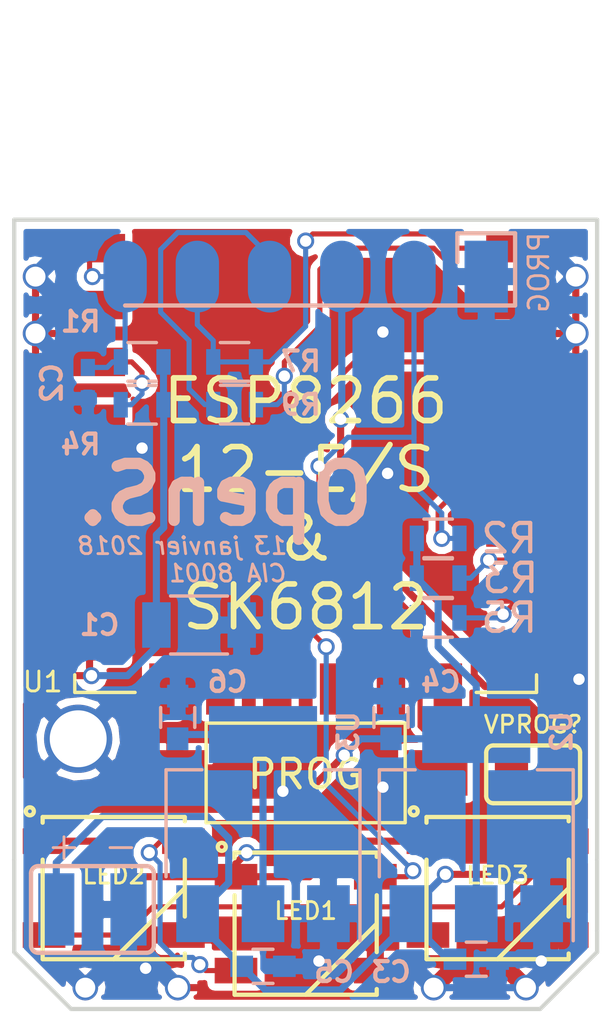
<source format=kicad_pcb>
(kicad_pcb (version 20171130) (host pcbnew 5.0.0-fee4fd1~66~ubuntu18.04.1)

  (general
    (thickness 1.6)
    (drawings 17)
    (tracks 274)
    (zones 0)
    (modules 32)
    (nets 30)
  )

  (page A4)
  (layers
    (0 F.Cu signal)
    (31 B.Cu signal)
    (32 B.Adhes user)
    (33 F.Adhes user)
    (34 B.Paste user)
    (35 F.Paste user)
    (36 B.SilkS user)
    (37 F.SilkS user)
    (38 B.Mask user)
    (39 F.Mask user)
    (40 Dwgs.User user)
    (41 Cmts.User user)
    (42 Eco1.User user hide)
    (43 Eco2.User user hide)
    (44 Edge.Cuts user)
    (45 Margin user)
    (46 B.CrtYd user)
    (47 F.CrtYd user)
    (48 B.Fab user hide)
    (49 F.Fab user hide)
  )

  (setup
    (last_trace_width 0.25)
    (trace_clearance 0.2)
    (zone_clearance 0.25)
    (zone_45_only yes)
    (trace_min 0.15)
    (segment_width 0.2)
    (edge_width 0.15)
    (via_size 0.6)
    (via_drill 0.4)
    (via_min_size 0.4)
    (via_min_drill 0.3)
    (uvia_size 0.3)
    (uvia_drill 0.1)
    (uvias_allowed no)
    (uvia_min_size 0.2)
    (uvia_min_drill 0.1)
    (pcb_text_width 0.3)
    (pcb_text_size 1.5 1.5)
    (mod_edge_width 0.15)
    (mod_text_size 1 1)
    (mod_text_width 0.15)
    (pad_size 0.9 0.9)
    (pad_drill 0.7)
    (pad_to_mask_clearance 0.2)
    (aux_axis_origin 145.25 104.25)
    (grid_origin 145.25 104.25)
    (visible_elements FFFFFF7F)
    (pcbplotparams
      (layerselection 0x010fc_80000001)
      (usegerberextensions true)
      (usegerberattributes false)
      (usegerberadvancedattributes false)
      (creategerberjobfile false)
      (excludeedgelayer true)
      (linewidth 0.100000)
      (plotframeref false)
      (viasonmask false)
      (mode 1)
      (useauxorigin false)
      (hpglpennumber 1)
      (hpglpenspeed 20)
      (hpglpendiameter 15.000000)
      (psnegative false)
      (psa4output false)
      (plotreference true)
      (plotvalue false)
      (plotinvisibletext false)
      (padsonsilk false)
      (subtractmaskfromsilk false)
      (outputformat 1)
      (mirror false)
      (drillshape 0)
      (scaleselection 1)
      (outputdirectory "V2/"))
  )

  (net 0 "")
  (net 1 +3V3)
  (net 2 GND)
  (net 3 /REST)
  (net 4 +9V)
  (net 5 +5V)
  (net 6 /FTRX)
  (net 7 /FTTX)
  (net 8 /VCC)
  (net 9 /GPIO0)
  (net 10 "Net-(LED1-Pad2)")
  (net 11 /SK_OUT)
  (net 12 "Net-(LED2-Pad2)")
  (net 13 /GPIO2)
  (net 14 /EN)
  (net 15 /GPIO15)
  (net 16 /RX)
  (net 17 "Net-(LED3-Pad2)")
  (net 18 "Net-(U1-Pad2)")
  (net 19 "Net-(U1-Pad4)")
  (net 20 "Net-(U1-Pad5)")
  (net 21 "Net-(U1-Pad6)")
  (net 22 "Net-(U1-Pad7)")
  (net 23 "Net-(U1-Pad13)")
  (net 24 "Net-(U1-Pad17)")
  (net 25 "Net-(U1-Pad19)")
  (net 26 "Net-(U1-Pad20)")
  (net 27 "Net-(U1-Pad18)")
  (net 28 "Net-(U1-Pad21)")
  (net 29 "Net-(U1-Pad22)")

  (net_class Default "This is the default net class."
    (clearance 0.2)
    (trace_width 0.25)
    (via_dia 0.6)
    (via_drill 0.4)
    (uvia_dia 0.3)
    (uvia_drill 0.1)
    (add_net +3V3)
    (add_net +5V)
    (add_net +9V)
    (add_net /VCC)
    (add_net GND)
    (add_net "Net-(U1-Pad18)")
    (add_net "Net-(U1-Pad21)")
    (add_net "Net-(U1-Pad22)")
  )

  (net_class Thin ""
    (clearance 0.1)
    (trace_width 0.18)
    (via_dia 0.6)
    (via_drill 0.4)
    (uvia_dia 0.3)
    (uvia_drill 0.1)
    (add_net /EN)
    (add_net /FTRX)
    (add_net /FTTX)
    (add_net /GPIO0)
    (add_net /GPIO15)
    (add_net /GPIO2)
    (add_net /REST)
    (add_net /RX)
    (add_net /SK_OUT)
    (add_net "Net-(LED1-Pad2)")
    (add_net "Net-(LED2-Pad2)")
    (add_net "Net-(LED3-Pad2)")
    (add_net "Net-(U1-Pad13)")
    (add_net "Net-(U1-Pad17)")
    (add_net "Net-(U1-Pad19)")
    (add_net "Net-(U1-Pad2)")
    (add_net "Net-(U1-Pad20)")
    (add_net "Net-(U1-Pad4)")
    (add_net "Net-(U1-Pad5)")
    (add_net "Net-(U1-Pad6)")
    (add_net "Net-(U1-Pad7)")
  )

  (net_class Thinner ""
    (clearance 0.1)
    (trace_width 0.15)
    (via_dia 0.6)
    (via_drill 0.4)
    (uvia_dia 0.3)
    (uvia_drill 0.1)
  )

  (module freetronics_footprints:WS2812B (layer F.Cu) (tedit 5A4119BF) (tstamp 5A410582)
    (at 149.5 128.5)
    (path /5A3EAA93)
    (fp_text reference LED2 (at 0 -0.45) (layer F.SilkS)
      (effects (font (size 0.6 0.6) (thickness 0.1)))
    )
    (fp_text value SK6812 (at 0 0.55) (layer Eco1.User) hide
      (effects (font (size 0.6 0.6) (thickness 0.1)))
    )
    (fp_line (start 0 2.5) (end 2.5 0) (layer F.SilkS) (width 0.15))
    (fp_line (start -2.5 -2.5) (end -2.5 -2.3) (layer F.SilkS) (width 0.15))
    (fp_line (start -0.95 -2.5) (end -2.5 -2.5) (layer F.SilkS) (width 0.15))
    (fp_line (start -2.5 -0.3) (end -2.5 -1) (layer F.SilkS) (width 0.15))
    (fp_line (start 2.5 -2.5) (end -1 -2.5) (layer F.SilkS) (width 0.15))
    (fp_line (start -2.5 -0.3) (end -2.5 2.3) (layer F.SilkS) (width 0.15))
    (fp_circle (center -2.95 -2.7) (end -2.85 -2.6) (layer F.SilkS) (width 0.15))
    (fp_line (start 2.5 -1) (end 2.5 1) (layer F.SilkS) (width 0.15))
    (fp_line (start 2.5 2.3) (end 2.5 2.5) (layer F.SilkS) (width 0.15))
    (fp_line (start 2.5 2.5) (end -2.5 2.5) (layer F.SilkS) (width 0.15))
    (fp_line (start -2.5 2.5) (end -2.5 2.3) (layer F.SilkS) (width 0.15))
    (fp_line (start 2.5 -2.5) (end 2.5 -2.35) (layer F.SilkS) (width 0.15))
    (pad 1 smd rect (at -2.45 -1.65) (size 1.5 0.9) (layers F.Cu F.Paste F.Mask)
      (net 5 +5V))
    (pad 2 smd rect (at -2.45 1.65) (size 1.5 0.9) (layers F.Cu F.Paste F.Mask)
      (net 12 "Net-(LED2-Pad2)"))
    (pad 3 smd rect (at 2.45 1.65) (size 1.5 0.9) (layers F.Cu F.Paste F.Mask)
      (net 2 GND))
    (pad 4 smd rect (at 2.45 -1.65) (size 1.5 0.9) (layers F.Cu F.Paste F.Mask)
      (net 10 "Net-(LED1-Pad2)"))
  )

  (module Capacitors_SMD:C_1206 (layer B.Cu) (tedit 5A4234B6) (tstamp 5A41052A)
    (at 152.5 119.25)
    (descr "Capacitor SMD 1206, reflow soldering, AVX (see smccp.pdf)")
    (tags "capacitor 1206")
    (path /5A3E8EBD)
    (attr smd)
    (fp_text reference C1 (at -3.5 0) (layer B.SilkS)
      (effects (font (size 0.7 0.7) (thickness 0.15)) (justify mirror))
    )
    (fp_text value 100µF (at 0 -2) (layer B.Fab)
      (effects (font (size 1 1) (thickness 0.15)) (justify mirror))
    )
    (fp_text user %R (at 0 1.75) (layer B.Fab)
      (effects (font (size 1 1) (thickness 0.15)) (justify mirror))
    )
    (fp_line (start -1.6 -0.8) (end -1.6 0.8) (layer B.Fab) (width 0.1))
    (fp_line (start 1.6 -0.8) (end -1.6 -0.8) (layer B.Fab) (width 0.1))
    (fp_line (start 1.6 0.8) (end 1.6 -0.8) (layer B.Fab) (width 0.1))
    (fp_line (start -1.6 0.8) (end 1.6 0.8) (layer B.Fab) (width 0.1))
    (fp_line (start 1 1.02) (end -1 1.02) (layer B.SilkS) (width 0.12))
    (fp_line (start -1 -1.02) (end 1 -1.02) (layer B.SilkS) (width 0.12))
    (fp_line (start -2.25 1.05) (end 2.25 1.05) (layer B.CrtYd) (width 0.05))
    (fp_line (start -2.25 1.05) (end -2.25 -1.05) (layer B.CrtYd) (width 0.05))
    (fp_line (start 2.25 -1.05) (end 2.25 1.05) (layer B.CrtYd) (width 0.05))
    (fp_line (start 2.25 -1.05) (end -2.25 -1.05) (layer B.CrtYd) (width 0.05))
    (pad 1 smd rect (at -1.5 0) (size 1 1.6) (layers B.Cu B.Paste B.Mask)
      (net 1 +3V3))
    (pad 2 smd rect (at 1.5 0) (size 1 1.6) (layers B.Cu B.Paste B.Mask)
      (net 2 GND))
    (model Capacitors_SMD.3dshapes/C_1206.wrl
      (at (xyz 0 0 0))
      (scale (xyz 1 1 1))
      (rotate (xyz 0 0 0))
    )
  )

  (module Capacitors_SMD:C_0402_NoSilk (layer B.Cu) (tedit 5A423491) (tstamp 5A410530)
    (at 148.59 110.744 270)
    (descr "Capacitor SMD 0402, reflow soldering, AVX (see smccp.pdf)")
    (tags "capacitor 0402")
    (path /5A3E9129)
    (attr smd)
    (fp_text reference C2 (at 0 1.27 270) (layer B.SilkS)
      (effects (font (size 0.7 0.7) (thickness 0.15)) (justify mirror))
    )
    (fp_text value "470pF (0603)" (at 0 -1.27 270) (layer B.Fab)
      (effects (font (size 1 1) (thickness 0.15)) (justify mirror))
    )
    (fp_text user %R (at 0 1.27 270) (layer B.Fab)
      (effects (font (size 1 1) (thickness 0.15)) (justify mirror))
    )
    (fp_line (start -0.5 -0.25) (end -0.5 0.25) (layer B.Fab) (width 0.1))
    (fp_line (start 0.5 -0.25) (end -0.5 -0.25) (layer B.Fab) (width 0.1))
    (fp_line (start 0.5 0.25) (end 0.5 -0.25) (layer B.Fab) (width 0.1))
    (fp_line (start -0.5 0.25) (end 0.5 0.25) (layer B.Fab) (width 0.1))
    (fp_line (start -1 0.4) (end 1 0.4) (layer B.CrtYd) (width 0.05))
    (fp_line (start -1 0.4) (end -1 -0.4) (layer B.CrtYd) (width 0.05))
    (fp_line (start 1 -0.4) (end 1 0.4) (layer B.CrtYd) (width 0.05))
    (fp_line (start 1 -0.4) (end -1 -0.4) (layer B.CrtYd) (width 0.05))
    (pad 1 smd rect (at -0.55 0 270) (size 0.6 0.5) (layers B.Cu B.Paste B.Mask)
      (net 3 /REST))
    (pad 2 smd rect (at 0.55 0 270) (size 0.6 0.5) (layers B.Cu B.Paste B.Mask)
      (net 2 GND))
    (model Capacitors_SMD.3dshapes/C_0402.wrl
      (at (xyz 0 0 0))
      (scale (xyz 1 1 1))
      (rotate (xyz 0 0 0))
    )
  )

  (module Capacitors_SMD:C_0603 (layer B.Cu) (tedit 5A4234EB) (tstamp 5A410536)
    (at 162.25 131)
    (descr "Capacitor SMD 0603, reflow soldering, AVX (see smccp.pdf)")
    (tags "capacitor 0603")
    (path /5A3EB8A1)
    (attr smd)
    (fp_text reference C3 (at -3 0.45) (layer B.SilkS)
      (effects (font (size 0.7 0.7) (thickness 0.15)) (justify mirror))
    )
    (fp_text value 1µF (at 0 -1.5) (layer B.Fab)
      (effects (font (size 1 1) (thickness 0.15)) (justify mirror))
    )
    (fp_line (start 1.4 -0.65) (end -1.4 -0.65) (layer B.CrtYd) (width 0.05))
    (fp_line (start 1.4 -0.65) (end 1.4 0.65) (layer B.CrtYd) (width 0.05))
    (fp_line (start -1.4 0.65) (end -1.4 -0.65) (layer B.CrtYd) (width 0.05))
    (fp_line (start -1.4 0.65) (end 1.4 0.65) (layer B.CrtYd) (width 0.05))
    (fp_line (start 0.35 -0.6) (end -0.35 -0.6) (layer B.SilkS) (width 0.12))
    (fp_line (start -0.35 0.6) (end 0.35 0.6) (layer B.SilkS) (width 0.12))
    (fp_line (start -0.8 0.4) (end 0.8 0.4) (layer B.Fab) (width 0.1))
    (fp_line (start 0.8 0.4) (end 0.8 -0.4) (layer B.Fab) (width 0.1))
    (fp_line (start 0.8 -0.4) (end -0.8 -0.4) (layer B.Fab) (width 0.1))
    (fp_line (start -0.8 -0.4) (end -0.8 0.4) (layer B.Fab) (width 0.1))
    (fp_text user %R (at 0 0) (layer B.Fab)
      (effects (font (size 0.3 0.3) (thickness 0.075)) (justify mirror))
    )
    (pad 2 smd rect (at 0.75 0) (size 0.8 0.75) (layers B.Cu B.Paste B.Mask)
      (net 2 GND))
    (pad 1 smd rect (at -0.75 0) (size 0.8 0.75) (layers B.Cu B.Paste B.Mask)
      (net 4 +9V))
    (model Capacitors_SMD.3dshapes/C_0603.wrl
      (at (xyz 0 0 0))
      (scale (xyz 1 1 1))
      (rotate (xyz 0 0 0))
    )
  )

  (module Capacitors_SMD:C_0603 (layer B.Cu) (tedit 5A4234CF) (tstamp 5A41053C)
    (at 159.25 122.5 90)
    (descr "Capacitor SMD 0603, reflow soldering, AVX (see smccp.pdf)")
    (tags "capacitor 0603")
    (path /5A3EEC45)
    (attr smd)
    (fp_text reference C4 (at 1.25 1.75 180) (layer B.SilkS)
      (effects (font (size 0.7 0.7) (thickness 0.15)) (justify mirror))
    )
    (fp_text value 10µF (at 0 -1.5 90) (layer B.Fab)
      (effects (font (size 1 1) (thickness 0.15)) (justify mirror))
    )
    (fp_line (start 1.4 -0.65) (end -1.4 -0.65) (layer B.CrtYd) (width 0.05))
    (fp_line (start 1.4 -0.65) (end 1.4 0.65) (layer B.CrtYd) (width 0.05))
    (fp_line (start -1.4 0.65) (end -1.4 -0.65) (layer B.CrtYd) (width 0.05))
    (fp_line (start -1.4 0.65) (end 1.4 0.65) (layer B.CrtYd) (width 0.05))
    (fp_line (start 0.35 -0.6) (end -0.35 -0.6) (layer B.SilkS) (width 0.12))
    (fp_line (start -0.35 0.6) (end 0.35 0.6) (layer B.SilkS) (width 0.12))
    (fp_line (start -0.8 0.4) (end 0.8 0.4) (layer B.Fab) (width 0.1))
    (fp_line (start 0.8 0.4) (end 0.8 -0.4) (layer B.Fab) (width 0.1))
    (fp_line (start 0.8 -0.4) (end -0.8 -0.4) (layer B.Fab) (width 0.1))
    (fp_line (start -0.8 -0.4) (end -0.8 0.4) (layer B.Fab) (width 0.1))
    (fp_text user %R (at 0 0 90) (layer B.Fab)
      (effects (font (size 0.3 0.3) (thickness 0.075)) (justify mirror))
    )
    (pad 2 smd rect (at 0.75 0 90) (size 0.8 0.75) (layers B.Cu B.Paste B.Mask)
      (net 2 GND))
    (pad 1 smd rect (at -0.75 0 90) (size 0.8 0.75) (layers B.Cu B.Paste B.Mask)
      (net 1 +3V3))
    (model Capacitors_SMD.3dshapes/C_0603.wrl
      (at (xyz 0 0 0))
      (scale (xyz 1 1 1))
      (rotate (xyz 0 0 0))
    )
  )

  (module Capacitors_SMD:C_0603 (layer B.Cu) (tedit 5A4234F1) (tstamp 5A410542)
    (at 154.75 131.25)
    (descr "Capacitor SMD 0603, reflow soldering, AVX (see smccp.pdf)")
    (tags "capacitor 0603")
    (path /5A3EEBA6)
    (attr smd)
    (fp_text reference C5 (at 2.5 0.2) (layer B.SilkS)
      (effects (font (size 0.7 0.7) (thickness 0.15)) (justify mirror))
    )
    (fp_text value 1µF (at 0 -1.5) (layer B.Fab)
      (effects (font (size 1 1) (thickness 0.15)) (justify mirror))
    )
    (fp_line (start 1.4 -0.65) (end -1.4 -0.65) (layer B.CrtYd) (width 0.05))
    (fp_line (start 1.4 -0.65) (end 1.4 0.65) (layer B.CrtYd) (width 0.05))
    (fp_line (start -1.4 0.65) (end -1.4 -0.65) (layer B.CrtYd) (width 0.05))
    (fp_line (start -1.4 0.65) (end 1.4 0.65) (layer B.CrtYd) (width 0.05))
    (fp_line (start 0.35 -0.6) (end -0.35 -0.6) (layer B.SilkS) (width 0.12))
    (fp_line (start -0.35 0.6) (end 0.35 0.6) (layer B.SilkS) (width 0.12))
    (fp_line (start -0.8 0.4) (end 0.8 0.4) (layer B.Fab) (width 0.1))
    (fp_line (start 0.8 0.4) (end 0.8 -0.4) (layer B.Fab) (width 0.1))
    (fp_line (start 0.8 -0.4) (end -0.8 -0.4) (layer B.Fab) (width 0.1))
    (fp_line (start -0.8 -0.4) (end -0.8 0.4) (layer B.Fab) (width 0.1))
    (fp_text user %R (at 0 0) (layer B.Fab)
      (effects (font (size 0.3 0.3) (thickness 0.075)) (justify mirror))
    )
    (pad 2 smd rect (at 0.75 0) (size 0.8 0.75) (layers B.Cu B.Paste B.Mask)
      (net 2 GND))
    (pad 1 smd rect (at -0.75 0) (size 0.8 0.75) (layers B.Cu B.Paste B.Mask)
      (net 4 +9V))
    (model Capacitors_SMD.3dshapes/C_0603.wrl
      (at (xyz 0 0 0))
      (scale (xyz 1 1 1))
      (rotate (xyz 0 0 0))
    )
  )

  (module Capacitors_SMD:C_0603 (layer B.Cu) (tedit 5A4234BE) (tstamp 5A410548)
    (at 151.75 122.5 90)
    (descr "Capacitor SMD 0603, reflow soldering, AVX (see smccp.pdf)")
    (tags "capacitor 0603")
    (path /5A3EED62)
    (attr smd)
    (fp_text reference C6 (at 1.25 1.75 180) (layer B.SilkS)
      (effects (font (size 0.7 0.7) (thickness 0.15)) (justify mirror))
    )
    (fp_text value 10µF (at 0 -1.5 90) (layer B.Fab)
      (effects (font (size 1 1) (thickness 0.15)) (justify mirror))
    )
    (fp_line (start 1.4 -0.65) (end -1.4 -0.65) (layer B.CrtYd) (width 0.05))
    (fp_line (start 1.4 -0.65) (end 1.4 0.65) (layer B.CrtYd) (width 0.05))
    (fp_line (start -1.4 0.65) (end -1.4 -0.65) (layer B.CrtYd) (width 0.05))
    (fp_line (start -1.4 0.65) (end 1.4 0.65) (layer B.CrtYd) (width 0.05))
    (fp_line (start 0.35 -0.6) (end -0.35 -0.6) (layer B.SilkS) (width 0.12))
    (fp_line (start -0.35 0.6) (end 0.35 0.6) (layer B.SilkS) (width 0.12))
    (fp_line (start -0.8 0.4) (end 0.8 0.4) (layer B.Fab) (width 0.1))
    (fp_line (start 0.8 0.4) (end 0.8 -0.4) (layer B.Fab) (width 0.1))
    (fp_line (start 0.8 -0.4) (end -0.8 -0.4) (layer B.Fab) (width 0.1))
    (fp_line (start -0.8 -0.4) (end -0.8 0.4) (layer B.Fab) (width 0.1))
    (fp_text user %R (at 0 0 90) (layer B.Fab)
      (effects (font (size 0.3 0.3) (thickness 0.075)) (justify mirror))
    )
    (pad 2 smd rect (at 0.75 0 90) (size 0.8 0.75) (layers B.Cu B.Paste B.Mask)
      (net 2 GND))
    (pad 1 smd rect (at -0.75 0 90) (size 0.8 0.75) (layers B.Cu B.Paste B.Mask)
      (net 5 +5V))
    (model Capacitors_SMD.3dshapes/C_0603.wrl
      (at (xyz 0 0 0))
      (scale (xyz 1 1 1))
      (rotate (xyz 0 0 0))
    )
  )

  (module freetronics_footprints:SJ_OPEN (layer F.Cu) (tedit 5A41311A) (tstamp 5A410572)
    (at 164.25 124.5)
    (descr "<b>Solder jumper</b>")
    (path /5A40FB59)
    (fp_text reference JP1 (at 0 -1.7) (layer F.SilkS) hide
      (effects (font (size 0.7 0.7) (thickness 0.1)))
    )
    (fp_text value VFTDI (at 0 1.6) (layer Eco1.User) hide
      (effects (font (size 0.6 0.6) (thickness 0.1)))
    )
    (fp_line (start 1.397 1.016) (end -1.397 1.016) (layer F.SilkS) (width 0.1524))
    (fp_arc (start 1.397 -0.762) (end 1.397 -1.016) (angle 90) (layer F.SilkS) (width 0.1524))
    (fp_arc (start -1.397 -0.762) (end -1.651 -0.762) (angle 90) (layer F.SilkS) (width 0.1524))
    (fp_arc (start -1.397 0.762) (end -1.651 0.762) (angle -90) (layer F.SilkS) (width 0.1524))
    (fp_arc (start 1.397 0.762) (end 1.397 1.016) (angle -90) (layer F.SilkS) (width 0.1524))
    (fp_line (start 1.651 0.762) (end 1.651 -0.762) (layer F.SilkS) (width 0.1524))
    (fp_line (start -1.651 0.762) (end -1.651 -0.762) (layer F.SilkS) (width 0.1524))
    (fp_line (start -1.397 -1.016) (end 1.397 -1.016) (layer F.SilkS) (width 0.1524))
    (fp_line (start 1.016 0) (end 1.524 0) (layer Cmts.User) (width 0.1524))
    (fp_line (start -1.016 0) (end -1.524 0) (layer Cmts.User) (width 0.1524))
    (fp_arc (start -0.254 0) (end -0.254 0.127) (angle 180) (layer Cmts.User) (width 1.27))
    (fp_arc (start 0.254 0) (end 0.254 -0.127) (angle 180) (layer Cmts.User) (width 1.27))
    (pad 1 smd rect (at -0.762 0) (size 1.1684 1.6002) (layers F.Cu F.Mask)
      (net 4 +9V))
    (pad 2 smd rect (at 0.762 0) (size 1.1684 1.6002) (layers F.Cu F.Mask)
      (net 8 /VCC))
  )

  (module freetronics_footprints:WS2812B (layer F.Cu) (tedit 5A4119C7) (tstamp 5A41057A)
    (at 156.25 129.75)
    (path /5A3EABAD)
    (fp_text reference LED1 (at 0 -0.45) (layer F.SilkS)
      (effects (font (size 0.6 0.6) (thickness 0.1)))
    )
    (fp_text value SK6812 (at 0 0.55) (layer Eco1.User) hide
      (effects (font (size 0.6 0.6) (thickness 0.1)))
    )
    (fp_line (start 0 2.5) (end 2.5 0) (layer F.SilkS) (width 0.15))
    (fp_line (start -2.5 -2.5) (end -2.5 -2.3) (layer F.SilkS) (width 0.15))
    (fp_line (start -0.95 -2.5) (end -2.5 -2.5) (layer F.SilkS) (width 0.15))
    (fp_line (start -2.5 -0.3) (end -2.5 -1) (layer F.SilkS) (width 0.15))
    (fp_line (start 2.5 -2.5) (end -1 -2.5) (layer F.SilkS) (width 0.15))
    (fp_line (start -2.5 -0.3) (end -2.5 2.3) (layer F.SilkS) (width 0.15))
    (fp_circle (center -2.95 -2.7) (end -2.85 -2.6) (layer F.SilkS) (width 0.15))
    (fp_line (start 2.5 -1) (end 2.5 1) (layer F.SilkS) (width 0.15))
    (fp_line (start 2.5 2.3) (end 2.5 2.5) (layer F.SilkS) (width 0.15))
    (fp_line (start 2.5 2.5) (end -2.5 2.5) (layer F.SilkS) (width 0.15))
    (fp_line (start -2.5 2.5) (end -2.5 2.3) (layer F.SilkS) (width 0.15))
    (fp_line (start 2.5 -2.5) (end 2.5 -2.35) (layer F.SilkS) (width 0.15))
    (pad 1 smd rect (at -2.45 -1.65) (size 1.5 0.9) (layers F.Cu F.Paste F.Mask)
      (net 5 +5V))
    (pad 2 smd rect (at -2.45 1.65) (size 1.5 0.9) (layers F.Cu F.Paste F.Mask)
      (net 10 "Net-(LED1-Pad2)"))
    (pad 3 smd rect (at 2.45 1.65) (size 1.5 0.9) (layers F.Cu F.Paste F.Mask)
      (net 2 GND))
    (pad 4 smd rect (at 2.45 -1.65) (size 1.5 0.9) (layers F.Cu F.Paste F.Mask)
      (net 11 /SK_OUT))
  )

  (module freetronics_footprints:WS2812B (layer F.Cu) (tedit 5A4119CF) (tstamp 5A41058A)
    (at 163 128.5)
    (path /5A3EA73D)
    (fp_text reference LED3 (at 0 -0.45) (layer F.SilkS)
      (effects (font (size 0.6 0.6) (thickness 0.1)))
    )
    (fp_text value SK6812 (at 0 0.55) (layer Eco1.User) hide
      (effects (font (size 0.6 0.6) (thickness 0.1)))
    )
    (fp_line (start 0 2.5) (end 2.5 0) (layer F.SilkS) (width 0.15))
    (fp_line (start -2.5 -2.5) (end -2.5 -2.3) (layer F.SilkS) (width 0.15))
    (fp_line (start -0.95 -2.5) (end -2.5 -2.5) (layer F.SilkS) (width 0.15))
    (fp_line (start -2.5 -0.3) (end -2.5 -1) (layer F.SilkS) (width 0.15))
    (fp_line (start 2.5 -2.5) (end -1 -2.5) (layer F.SilkS) (width 0.15))
    (fp_line (start -2.5 -0.3) (end -2.5 2.3) (layer F.SilkS) (width 0.15))
    (fp_circle (center -2.95 -2.7) (end -2.85 -2.6) (layer F.SilkS) (width 0.15))
    (fp_line (start 2.5 -1) (end 2.5 1) (layer F.SilkS) (width 0.15))
    (fp_line (start 2.5 2.3) (end 2.5 2.5) (layer F.SilkS) (width 0.15))
    (fp_line (start 2.5 2.5) (end -2.5 2.5) (layer F.SilkS) (width 0.15))
    (fp_line (start -2.5 2.5) (end -2.5 2.3) (layer F.SilkS) (width 0.15))
    (fp_line (start 2.5 -2.5) (end 2.5 -2.35) (layer F.SilkS) (width 0.15))
    (pad 1 smd rect (at -2.45 -1.65) (size 1.5 0.9) (layers F.Cu F.Paste F.Mask)
      (net 5 +5V))
    (pad 2 smd rect (at -2.45 1.65) (size 1.5 0.9) (layers F.Cu F.Paste F.Mask)
      (net 17 "Net-(LED3-Pad2)"))
    (pad 3 smd rect (at 2.45 1.65) (size 1.5 0.9) (layers F.Cu F.Paste F.Mask)
      (net 2 GND))
    (pad 4 smd rect (at 2.45 -1.65) (size 1.5 0.9) (layers F.Cu F.Paste F.Mask)
      (net 12 "Net-(LED2-Pad2)"))
  )

  (module Resistors_SMD:R_0603 (layer B.Cu) (tedit 5A423499) (tstamp 5A41059E)
    (at 150.5 110 180)
    (descr "Resistor SMD 0603, reflow soldering, Vishay (see dcrcw.pdf)")
    (tags "resistor 0603")
    (path /5A3E710B)
    (attr smd)
    (fp_text reference R1 (at 2.164 1.415 180) (layer B.SilkS)
      (effects (font (size 0.7 0.7) (thickness 0.15)) (justify mirror))
    )
    (fp_text value 12k (at 0 -1.5 180) (layer B.Fab)
      (effects (font (size 1 1) (thickness 0.15)) (justify mirror))
    )
    (fp_text user %R (at 0 0 180) (layer B.Fab)
      (effects (font (size 0.4 0.4) (thickness 0.075)) (justify mirror))
    )
    (fp_line (start -0.8 -0.4) (end -0.8 0.4) (layer B.Fab) (width 0.1))
    (fp_line (start 0.8 -0.4) (end -0.8 -0.4) (layer B.Fab) (width 0.1))
    (fp_line (start 0.8 0.4) (end 0.8 -0.4) (layer B.Fab) (width 0.1))
    (fp_line (start -0.8 0.4) (end 0.8 0.4) (layer B.Fab) (width 0.1))
    (fp_line (start 0.5 -0.68) (end -0.5 -0.68) (layer B.SilkS) (width 0.12))
    (fp_line (start -0.5 0.68) (end 0.5 0.68) (layer B.SilkS) (width 0.12))
    (fp_line (start -1.25 0.7) (end 1.25 0.7) (layer B.CrtYd) (width 0.05))
    (fp_line (start -1.25 0.7) (end -1.25 -0.7) (layer B.CrtYd) (width 0.05))
    (fp_line (start 1.25 -0.7) (end 1.25 0.7) (layer B.CrtYd) (width 0.05))
    (fp_line (start 1.25 -0.7) (end -1.25 -0.7) (layer B.CrtYd) (width 0.05))
    (pad 1 smd rect (at -0.75 0 180) (size 0.5 0.9) (layers B.Cu B.Paste B.Mask)
      (net 1 +3V3))
    (pad 2 smd rect (at 0.75 0 180) (size 0.5 0.9) (layers B.Cu B.Paste B.Mask)
      (net 3 /REST))
    (model ${KISYS3DMOD}/Resistors_SMD.3dshapes/R_0603.wrl
      (at (xyz 0 0 0))
      (scale (xyz 1 1 1))
      (rotate (xyz 0 0 0))
    )
  )

  (module Resistors_SMD:R_0603 (layer B.Cu) (tedit 5A411A21) (tstamp 5A4105A4)
    (at 160.909 116.205)
    (descr "Resistor SMD 0603, reflow soldering, Vishay (see dcrcw.pdf)")
    (tags "resistor 0603")
    (path /5A3E7134)
    (attr smd)
    (fp_text reference R2 (at 2.5 0) (layer B.SilkS)
      (effects (font (size 1 1) (thickness 0.15)) (justify mirror))
    )
    (fp_text value 12k (at 0 -1.5) (layer B.Fab)
      (effects (font (size 1 1) (thickness 0.15)) (justify mirror))
    )
    (fp_text user %R (at 0 0) (layer B.Fab)
      (effects (font (size 0.4 0.4) (thickness 0.075)) (justify mirror))
    )
    (fp_line (start -0.8 -0.4) (end -0.8 0.4) (layer B.Fab) (width 0.1))
    (fp_line (start 0.8 -0.4) (end -0.8 -0.4) (layer B.Fab) (width 0.1))
    (fp_line (start 0.8 0.4) (end 0.8 -0.4) (layer B.Fab) (width 0.1))
    (fp_line (start -0.8 0.4) (end 0.8 0.4) (layer B.Fab) (width 0.1))
    (fp_line (start 0.5 -0.68) (end -0.5 -0.68) (layer B.SilkS) (width 0.12))
    (fp_line (start -0.5 0.68) (end 0.5 0.68) (layer B.SilkS) (width 0.12))
    (fp_line (start -1.25 0.7) (end 1.25 0.7) (layer B.CrtYd) (width 0.05))
    (fp_line (start -1.25 0.7) (end -1.25 -0.7) (layer B.CrtYd) (width 0.05))
    (fp_line (start 1.25 -0.7) (end 1.25 0.7) (layer B.CrtYd) (width 0.05))
    (fp_line (start 1.25 -0.7) (end -1.25 -0.7) (layer B.CrtYd) (width 0.05))
    (pad 1 smd rect (at -0.75 0) (size 0.5 0.9) (layers B.Cu B.Paste B.Mask)
      (net 1 +3V3))
    (pad 2 smd rect (at 0.75 0) (size 0.5 0.9) (layers B.Cu B.Paste B.Mask)
      (net 9 /GPIO0))
    (model ${KISYS3DMOD}/Resistors_SMD.3dshapes/R_0603.wrl
      (at (xyz 0 0 0))
      (scale (xyz 1 1 1))
      (rotate (xyz 0 0 0))
    )
  )

  (module Resistors_SMD:R_0603 (layer B.Cu) (tedit 5A412E78) (tstamp 5A4105AA)
    (at 160.909 117.602)
    (descr "Resistor SMD 0603, reflow soldering, Vishay (see dcrcw.pdf)")
    (tags "resistor 0603")
    (path /5A3E9624)
    (attr smd)
    (fp_text reference R3 (at 2.54 0) (layer B.SilkS)
      (effects (font (size 1 1) (thickness 0.15)) (justify mirror))
    )
    (fp_text value 12k (at 0 -1.5) (layer B.Fab)
      (effects (font (size 1 1) (thickness 0.15)) (justify mirror))
    )
    (fp_text user %R (at 0 0) (layer B.Fab)
      (effects (font (size 0.4 0.4) (thickness 0.075)) (justify mirror))
    )
    (fp_line (start -0.8 -0.4) (end -0.8 0.4) (layer B.Fab) (width 0.1))
    (fp_line (start 0.8 -0.4) (end -0.8 -0.4) (layer B.Fab) (width 0.1))
    (fp_line (start 0.8 0.4) (end 0.8 -0.4) (layer B.Fab) (width 0.1))
    (fp_line (start -0.8 0.4) (end 0.8 0.4) (layer B.Fab) (width 0.1))
    (fp_line (start 0.5 -0.68) (end -0.5 -0.68) (layer B.SilkS) (width 0.12))
    (fp_line (start -0.5 0.68) (end 0.5 0.68) (layer B.SilkS) (width 0.12))
    (fp_line (start -1.25 0.7) (end 1.25 0.7) (layer B.CrtYd) (width 0.05))
    (fp_line (start -1.25 0.7) (end -1.25 -0.7) (layer B.CrtYd) (width 0.05))
    (fp_line (start 1.25 -0.7) (end 1.25 0.7) (layer B.CrtYd) (width 0.05))
    (fp_line (start 1.25 -0.7) (end -1.25 -0.7) (layer B.CrtYd) (width 0.05))
    (pad 1 smd rect (at -0.75 0) (size 0.5 0.9) (layers B.Cu B.Paste B.Mask)
      (net 1 +3V3))
    (pad 2 smd rect (at 0.75 0) (size 0.5 0.9) (layers B.Cu B.Paste B.Mask)
      (net 13 /GPIO2))
    (model ${KISYS3DMOD}/Resistors_SMD.3dshapes/R_0603.wrl
      (at (xyz 0 0 0))
      (scale (xyz 1 1 1))
      (rotate (xyz 0 0 0))
    )
  )

  (module Resistors_SMD:R_0603 (layer B.Cu) (tedit 5A4234A5) (tstamp 5A4105B0)
    (at 150.495 111.506 180)
    (descr "Resistor SMD 0603, reflow soldering, Vishay (see dcrcw.pdf)")
    (tags "resistor 0603")
    (path /5A3E97DE)
    (attr smd)
    (fp_text reference R4 (at 2.159 -1.397 180) (layer B.SilkS)
      (effects (font (size 0.7 0.7) (thickness 0.15)) (justify mirror))
    )
    (fp_text value 12k (at 0 -1.5 180) (layer B.Fab)
      (effects (font (size 1 1) (thickness 0.15)) (justify mirror))
    )
    (fp_text user %R (at 0 0 180) (layer B.Fab)
      (effects (font (size 0.4 0.4) (thickness 0.075)) (justify mirror))
    )
    (fp_line (start -0.8 -0.4) (end -0.8 0.4) (layer B.Fab) (width 0.1))
    (fp_line (start 0.8 -0.4) (end -0.8 -0.4) (layer B.Fab) (width 0.1))
    (fp_line (start 0.8 0.4) (end 0.8 -0.4) (layer B.Fab) (width 0.1))
    (fp_line (start -0.8 0.4) (end 0.8 0.4) (layer B.Fab) (width 0.1))
    (fp_line (start 0.5 -0.68) (end -0.5 -0.68) (layer B.SilkS) (width 0.12))
    (fp_line (start -0.5 0.68) (end 0.5 0.68) (layer B.SilkS) (width 0.12))
    (fp_line (start -1.25 0.7) (end 1.25 0.7) (layer B.CrtYd) (width 0.05))
    (fp_line (start -1.25 0.7) (end -1.25 -0.7) (layer B.CrtYd) (width 0.05))
    (fp_line (start 1.25 -0.7) (end 1.25 0.7) (layer B.CrtYd) (width 0.05))
    (fp_line (start 1.25 -0.7) (end -1.25 -0.7) (layer B.CrtYd) (width 0.05))
    (pad 1 smd rect (at -0.75 0 180) (size 0.5 0.9) (layers B.Cu B.Paste B.Mask)
      (net 1 +3V3))
    (pad 2 smd rect (at 0.75 0 180) (size 0.5 0.9) (layers B.Cu B.Paste B.Mask)
      (net 14 /EN))
    (model ${KISYS3DMOD}/Resistors_SMD.3dshapes/R_0603.wrl
      (at (xyz 0 0 0))
      (scale (xyz 1 1 1))
      (rotate (xyz 0 0 0))
    )
  )

  (module Resistors_SMD:R_0603 (layer B.Cu) (tedit 5A411A22) (tstamp 5A4105B6)
    (at 160.909 118.999)
    (descr "Resistor SMD 0603, reflow soldering, Vishay (see dcrcw.pdf)")
    (tags "resistor 0603")
    (path /5A3E9946)
    (attr smd)
    (fp_text reference R5 (at 2.5 0) (layer B.SilkS)
      (effects (font (size 1 1) (thickness 0.15)) (justify mirror))
    )
    (fp_text value 12k (at 0 -1.5) (layer B.Fab)
      (effects (font (size 1 1) (thickness 0.15)) (justify mirror))
    )
    (fp_text user %R (at 0 0) (layer B.Fab)
      (effects (font (size 0.4 0.4) (thickness 0.075)) (justify mirror))
    )
    (fp_line (start -0.8 -0.4) (end -0.8 0.4) (layer B.Fab) (width 0.1))
    (fp_line (start 0.8 -0.4) (end -0.8 -0.4) (layer B.Fab) (width 0.1))
    (fp_line (start 0.8 0.4) (end 0.8 -0.4) (layer B.Fab) (width 0.1))
    (fp_line (start -0.8 0.4) (end 0.8 0.4) (layer B.Fab) (width 0.1))
    (fp_line (start 0.5 -0.68) (end -0.5 -0.68) (layer B.SilkS) (width 0.12))
    (fp_line (start -0.5 0.68) (end 0.5 0.68) (layer B.SilkS) (width 0.12))
    (fp_line (start -1.25 0.7) (end 1.25 0.7) (layer B.CrtYd) (width 0.05))
    (fp_line (start -1.25 0.7) (end -1.25 -0.7) (layer B.CrtYd) (width 0.05))
    (fp_line (start 1.25 -0.7) (end 1.25 0.7) (layer B.CrtYd) (width 0.05))
    (fp_line (start 1.25 -0.7) (end -1.25 -0.7) (layer B.CrtYd) (width 0.05))
    (pad 1 smd rect (at -0.75 0) (size 0.5 0.9) (layers B.Cu B.Paste B.Mask)
      (net 2 GND))
    (pad 2 smd rect (at 0.75 0) (size 0.5 0.9) (layers B.Cu B.Paste B.Mask)
      (net 15 /GPIO15))
    (model ${KISYS3DMOD}/Resistors_SMD.3dshapes/R_0603.wrl
      (at (xyz 0 0 0))
      (scale (xyz 1 1 1))
      (rotate (xyz 0 0 0))
    )
  )

  (module Resistors_SMD:R_0603 (layer B.Cu) (tedit 5A423474) (tstamp 5A4105C2)
    (at 153.75 110)
    (descr "Resistor SMD 0603, reflow soldering, Vishay (see dcrcw.pdf)")
    (tags "resistor 0603")
    (path /5A3E86A8)
    (attr smd)
    (fp_text reference R7 (at 2.333 -0.018) (layer B.SilkS)
      (effects (font (size 0.7 0.7) (thickness 0.15)) (justify mirror))
    )
    (fp_text value 0 (at 0 -1.5) (layer B.Fab)
      (effects (font (size 1 1) (thickness 0.15)) (justify mirror))
    )
    (fp_text user %R (at 0 0) (layer B.Fab)
      (effects (font (size 0.4 0.4) (thickness 0.075)) (justify mirror))
    )
    (fp_line (start -0.8 -0.4) (end -0.8 0.4) (layer B.Fab) (width 0.1))
    (fp_line (start 0.8 -0.4) (end -0.8 -0.4) (layer B.Fab) (width 0.1))
    (fp_line (start 0.8 0.4) (end 0.8 -0.4) (layer B.Fab) (width 0.1))
    (fp_line (start -0.8 0.4) (end 0.8 0.4) (layer B.Fab) (width 0.1))
    (fp_line (start 0.5 -0.68) (end -0.5 -0.68) (layer B.SilkS) (width 0.12))
    (fp_line (start -0.5 0.68) (end 0.5 0.68) (layer B.SilkS) (width 0.12))
    (fp_line (start -1.25 0.7) (end 1.25 0.7) (layer B.CrtYd) (width 0.05))
    (fp_line (start -1.25 0.7) (end -1.25 -0.7) (layer B.CrtYd) (width 0.05))
    (fp_line (start 1.25 -0.7) (end 1.25 0.7) (layer B.CrtYd) (width 0.05))
    (fp_line (start 1.25 -0.7) (end -1.25 -0.7) (layer B.CrtYd) (width 0.05))
    (pad 1 smd rect (at -0.75 0) (size 0.5 0.9) (layers B.Cu B.Paste B.Mask)
      (net 6 /FTRX))
    (pad 2 smd rect (at 0.75 0) (size 0.5 0.9) (layers B.Cu B.Paste B.Mask)
      (net 6 /FTRX))
    (model ${KISYS3DMOD}/Resistors_SMD.3dshapes/R_0603.wrl
      (at (xyz 0 0 0))
      (scale (xyz 1 1 1))
      (rotate (xyz 0 0 0))
    )
  )

  (module Resistors_SMD:R_0603 (layer B.Cu) (tedit 5A423489) (tstamp 5A4105CE)
    (at 153.75 111.5)
    (descr "Resistor SMD 0603, reflow soldering, Vishay (see dcrcw.pdf)")
    (tags "resistor 0603")
    (path /5A3E878F)
    (attr smd)
    (fp_text reference R9 (at 2.333 0.006) (layer B.SilkS)
      (effects (font (size 0.7 0.7) (thickness 0.15)) (justify mirror))
    )
    (fp_text value 470 (at 0 -1.5) (layer B.Fab)
      (effects (font (size 1 1) (thickness 0.15)) (justify mirror))
    )
    (fp_text user %R (at 0 0) (layer B.Fab)
      (effects (font (size 0.4 0.4) (thickness 0.075)) (justify mirror))
    )
    (fp_line (start -0.8 -0.4) (end -0.8 0.4) (layer B.Fab) (width 0.1))
    (fp_line (start 0.8 -0.4) (end -0.8 -0.4) (layer B.Fab) (width 0.1))
    (fp_line (start 0.8 0.4) (end 0.8 -0.4) (layer B.Fab) (width 0.1))
    (fp_line (start -0.8 0.4) (end 0.8 0.4) (layer B.Fab) (width 0.1))
    (fp_line (start 0.5 -0.68) (end -0.5 -0.68) (layer B.SilkS) (width 0.12))
    (fp_line (start -0.5 0.68) (end 0.5 0.68) (layer B.SilkS) (width 0.12))
    (fp_line (start -1.25 0.7) (end 1.25 0.7) (layer B.CrtYd) (width 0.05))
    (fp_line (start -1.25 0.7) (end -1.25 -0.7) (layer B.CrtYd) (width 0.05))
    (fp_line (start 1.25 -0.7) (end 1.25 0.7) (layer B.CrtYd) (width 0.05))
    (fp_line (start 1.25 -0.7) (end -1.25 -0.7) (layer B.CrtYd) (width 0.05))
    (pad 1 smd rect (at -0.75 0) (size 0.5 0.9) (layers B.Cu B.Paste B.Mask)
      (net 7 /FTTX))
    (pad 2 smd rect (at 0.75 0) (size 0.5 0.9) (layers B.Cu B.Paste B.Mask)
      (net 16 /RX))
    (model ${KISYS3DMOD}/Resistors_SMD.3dshapes/R_0603.wrl
      (at (xyz 0 0 0))
      (scale (xyz 1 1 1))
      (rotate (xyz 0 0 0))
    )
  )

  (module procsynth:SW_SPST_TE_ALCO_1437566 (layer F.Cu) (tedit 5A413197) (tstamp 5A4105D4)
    (at 156.25 124.45 180)
    (path /5A3EF07B)
    (fp_text reference SW1 (at 0 -0.05 180) (layer F.SilkS) hide
      (effects (font (size 1 1) (thickness 0.15)))
    )
    (fp_text value PROG (at 0 -0.05 180) (layer F.SilkS)
      (effects (font (size 1 1) (thickness 0.15)))
    )
    (fp_line (start -3.5 -1.75) (end -3.5 1.75) (layer F.SilkS) (width 0.12))
    (fp_line (start -3.5 1.75) (end 3.5 1.75) (layer F.SilkS) (width 0.12))
    (fp_line (start 3.5 1.75) (end 3.5 -1.75) (layer F.SilkS) (width 0.12))
    (fp_line (start -3.5 -1.75) (end 3.5 -1.75) (layer F.SilkS) (width 0.12))
    (pad 1 smd rect (at -4.6 0 180) (size 2.18 1.6) (layers F.Cu F.Paste F.Mask)
      (net 9 /GPIO0))
    (pad 2 smd rect (at 4.6 0 180) (size 2.18 1.6) (layers F.Cu F.Paste F.Mask)
      (net 2 GND))
  )

  (module TO_SOT_Packages_SMD:SOT-223-3_TabPin2 (layer B.Cu) (tedit 5A4234E1) (tstamp 5A4105F6)
    (at 162.25 126.25 90)
    (descr "module CMS SOT223 4 pins")
    (tags "CMS SOT")
    (path /5A3EAF0F)
    (attr smd)
    (fp_text reference U2 (at 3.25 3 90) (layer B.SilkS)
      (effects (font (size 0.7 0.7) (thickness 0.15)) (justify mirror))
    )
    (fp_text value TLV1117-33 (at 0 -4.5 90) (layer B.Fab)
      (effects (font (size 1 1) (thickness 0.15)) (justify mirror))
    )
    (fp_text user %R (at 0 0) (layer B.Fab)
      (effects (font (size 0.8 0.8) (thickness 0.12)) (justify mirror))
    )
    (fp_line (start 1.91 -3.41) (end 1.91 -2.15) (layer B.SilkS) (width 0.12))
    (fp_line (start 1.91 3.41) (end 1.91 2.15) (layer B.SilkS) (width 0.12))
    (fp_line (start 4.4 3.6) (end -4.4 3.6) (layer B.CrtYd) (width 0.05))
    (fp_line (start 4.4 -3.6) (end 4.4 3.6) (layer B.CrtYd) (width 0.05))
    (fp_line (start -4.4 -3.6) (end 4.4 -3.6) (layer B.CrtYd) (width 0.05))
    (fp_line (start -4.4 3.6) (end -4.4 -3.6) (layer B.CrtYd) (width 0.05))
    (fp_line (start -1.85 2.35) (end -0.85 3.35) (layer B.Fab) (width 0.1))
    (fp_line (start -1.85 2.35) (end -1.85 -3.35) (layer B.Fab) (width 0.1))
    (fp_line (start -1.85 -3.41) (end 1.91 -3.41) (layer B.SilkS) (width 0.12))
    (fp_line (start -0.85 3.35) (end 1.85 3.35) (layer B.Fab) (width 0.1))
    (fp_line (start -4.1 3.41) (end 1.91 3.41) (layer B.SilkS) (width 0.12))
    (fp_line (start -1.85 -3.35) (end 1.85 -3.35) (layer B.Fab) (width 0.1))
    (fp_line (start 1.85 3.35) (end 1.85 -3.35) (layer B.Fab) (width 0.1))
    (pad 2 smd rect (at 3.15 0 90) (size 2 3.8) (layers B.Cu B.Paste B.Mask)
      (net 1 +3V3))
    (pad 2 smd rect (at -3.15 0 90) (size 2 1.5) (layers B.Cu B.Paste B.Mask)
      (net 1 +3V3))
    (pad 3 smd rect (at -3.15 -2.3 90) (size 2 1.5) (layers B.Cu B.Paste B.Mask)
      (net 4 +9V))
    (pad 1 smd rect (at -3.15 2.3 90) (size 2 1.5) (layers B.Cu B.Paste B.Mask)
      (net 2 GND))
    (model ${KISYS3DMOD}/TO_SOT_Packages_SMD.3dshapes/SOT-223.wrl
      (at (xyz 0 0 0))
      (scale (xyz 1 1 1))
      (rotate (xyz 0 0 0))
    )
  )

  (module TO_SOT_Packages_SMD:SOT-223-3_TabPin2 (layer B.Cu) (tedit 5A4234C8) (tstamp 5A4105FE)
    (at 154.75 126.25 90)
    (descr "module CMS SOT223 4 pins")
    (tags "CMS SOT")
    (path /5A3EAFB7)
    (attr smd)
    (fp_text reference U3 (at 3.25 3 90) (layer B.SilkS)
      (effects (font (size 0.7 0.7) (thickness 0.15)) (justify mirror))
    )
    (fp_text value LD1117S50TR_SOT223 (at 0 -4.5 90) (layer B.Fab)
      (effects (font (size 1 1) (thickness 0.15)) (justify mirror))
    )
    (fp_text user %R (at 0 0) (layer B.Fab)
      (effects (font (size 0.8 0.8) (thickness 0.12)) (justify mirror))
    )
    (fp_line (start 1.91 -3.41) (end 1.91 -2.15) (layer B.SilkS) (width 0.12))
    (fp_line (start 1.91 3.41) (end 1.91 2.15) (layer B.SilkS) (width 0.12))
    (fp_line (start 4.4 3.6) (end -4.4 3.6) (layer B.CrtYd) (width 0.05))
    (fp_line (start 4.4 -3.6) (end 4.4 3.6) (layer B.CrtYd) (width 0.05))
    (fp_line (start -4.4 -3.6) (end 4.4 -3.6) (layer B.CrtYd) (width 0.05))
    (fp_line (start -4.4 3.6) (end -4.4 -3.6) (layer B.CrtYd) (width 0.05))
    (fp_line (start -1.85 2.35) (end -0.85 3.35) (layer B.Fab) (width 0.1))
    (fp_line (start -1.85 2.35) (end -1.85 -3.35) (layer B.Fab) (width 0.1))
    (fp_line (start -1.85 -3.41) (end 1.91 -3.41) (layer B.SilkS) (width 0.12))
    (fp_line (start -0.85 3.35) (end 1.85 3.35) (layer B.Fab) (width 0.1))
    (fp_line (start -4.1 3.41) (end 1.91 3.41) (layer B.SilkS) (width 0.12))
    (fp_line (start -1.85 -3.35) (end 1.85 -3.35) (layer B.Fab) (width 0.1))
    (fp_line (start 1.85 3.35) (end 1.85 -3.35) (layer B.Fab) (width 0.1))
    (pad 2 smd rect (at 3.15 0 90) (size 2 3.8) (layers B.Cu B.Paste B.Mask)
      (net 5 +5V))
    (pad 2 smd rect (at -3.15 0 90) (size 2 1.5) (layers B.Cu B.Paste B.Mask)
      (net 5 +5V))
    (pad 3 smd rect (at -3.15 -2.3 90) (size 2 1.5) (layers B.Cu B.Paste B.Mask)
      (net 4 +9V))
    (pad 1 smd rect (at -3.15 2.3 90) (size 2 1.5) (layers B.Cu B.Paste B.Mask)
      (net 2 GND))
    (model ${KISYS3DMOD}/TO_SOT_Packages_SMD.3dshapes/SOT-223.wrl
      (at (xyz 0 0 0))
      (scale (xyz 1 1 1))
      (rotate (xyz 0 0 0))
    )
  )

  (module freetronics_footprints:SJ_WIDE (layer B.Cu) (tedit 5A411AE5) (tstamp 5A410762)
    (at 148.75 129.25)
    (descr "<b>Solder jumper</b>")
    (path /5A3EFC98)
    (fp_text reference J4 (at 0 -2.25) (layer B.SilkS) hide
      (effects (font (size 0.8 0.8) (thickness 0.12)) (justify mirror))
    )
    (fp_text value 9V (at 0 -2) (layer Eco1.User) hide
      (effects (font (size 0.6 0.6) (thickness 0.1)))
    )
    (fp_line (start 1.905 -1.524) (end -1.905 -1.524) (layer B.SilkS) (width 0.1524))
    (fp_arc (start 1.905 1.27) (end 1.905 1.524) (angle -90) (layer B.SilkS) (width 0.1524))
    (fp_arc (start -1.905 1.27) (end -2.159 1.27) (angle -90) (layer B.SilkS) (width 0.1524))
    (fp_arc (start -1.905 -1.27) (end -2.159 -1.27) (angle 90) (layer B.SilkS) (width 0.1524))
    (fp_arc (start 1.905 -1.27) (end 1.905 -1.524) (angle 90) (layer B.SilkS) (width 0.1524))
    (fp_line (start 2.159 -1.27) (end 2.159 1.27) (layer B.SilkS) (width 0.1524))
    (fp_line (start -2.159 -1.27) (end -2.159 1.27) (layer B.SilkS) (width 0.1524))
    (fp_line (start -1.905 1.524) (end 1.905 1.524) (layer B.SilkS) (width 0.1524))
    (fp_line (start 0.762 0.762) (end 0.762 -0.762) (layer Cmts.User) (width 0.1524))
    (fp_line (start -0.762 0.762) (end -0.762 -0.762) (layer Cmts.User) (width 0.1524))
    (fp_line (start 1.524 0) (end 2.032 0) (layer Cmts.User) (width 0.1524))
    (fp_line (start -1.524 0) (end -2.032 0) (layer Cmts.User) (width 0.1524))
    (fp_arc (start 0.762 0) (end 0.762 0.762) (angle -180) (layer Cmts.User) (width 0.1524))
    (fp_arc (start -0.762 0) (end -0.762 0.762) (angle 180) (layer Cmts.User) (width 0.1524))
    (pad 1 smd rect (at -1.27 0) (size 1.27 2.54) (layers B.Cu B.Mask)
      (net 4 +9V))
    (pad 2 smd rect (at 1.27 0) (size 1.27 2.54) (layers B.Cu B.Mask)
      (net 2 GND))
  )

  (module procsynth:FTDI_Header (layer B.Cu) (tedit 5A413C78) (tstamp 5A411130)
    (at 156.25 107 180)
    (path /5A3ECDB4)
    (fp_text reference J2 (at -8.382 0 270) (layer B.SilkS) hide
      (effects (font (size 1 1) (thickness 0.15)) (justify mirror))
    )
    (fp_text value "NodeMCU Reset FTDI Header" (at 0 -2.286 180) (layer B.Fab)
      (effects (font (size 1 1) (thickness 0.15)) (justify mirror))
    )
    (fp_line (start 6.35 -1.016) (end -7.366 -1.016) (layer B.SilkS) (width 0.15))
    (fp_line (start -7.366 -1.016) (end -7.366 1.524) (layer B.SilkS) (width 0.15))
    (fp_line (start -7.366 1.524) (end -5.334 1.524) (layer B.SilkS) (width 0.15))
    (fp_line (start -5.334 1.524) (end -5.334 0.508) (layer B.SilkS) (width 0.15))
    (pad 1 smd rect (at -6.35 0 180) (size 1.524 2.524) (layers B.Cu B.Mask)
      (net 2 GND))
    (pad 2 smd oval (at -3.81 0 180) (size 1.524 2.524) (layers B.Cu B.Mask)
      (net 9 /GPIO0))
    (pad 3 smd oval (at -1.27 0 180) (size 1.524 2.524) (layers B.Cu B.Mask)
      (net 8 /VCC))
    (pad 4 smd oval (at 1.27 0 180) (size 1.524 2.524) (layers B.Cu B.Mask)
      (net 7 /FTTX))
    (pad 5 smd oval (at 3.81 0 180) (size 1.524 2.524) (layers B.Cu B.Mask)
      (net 6 /FTRX))
    (pad 6 smd oval (at 6.35 0 180) (size 1.524 2.524) (layers B.Cu B.Mask)
      (net 3 /REST))
  )

  (module procsynth:1MM5_HOLE (layer F.Cu) (tedit 5A41325E) (tstamp 5A4134B2)
    (at 148.25 123.25)
    (fp_text reference REF** (at 0 1.75) (layer F.SilkS) hide
      (effects (font (size 1 1) (thickness 0.15)))
    )
    (fp_text value 1.5MM_HOLE (at 0 -1.75) (layer F.Fab)
      (effects (font (size 1 1) (thickness 0.15)))
    )
    (pad "" thru_hole circle (at 0 0) (size 2.4 2.4) (drill 2) (layers *.Cu *.Mask)
      (net 2 GND))
  )

  (module procsynth:0MM9_HOLE (layer F.Cu) (tedit 5A422F91) (tstamp 5A413562)
    (at 146.75 107)
    (fp_text reference REF** (at 0 1.75) (layer F.SilkS) hide
      (effects (font (size 1 1) (thickness 0.15)))
    )
    (fp_text value 0.9MM_HOLE (at 0 -1.75) (layer F.Fab)
      (effects (font (size 1 1) (thickness 0.15)))
    )
    (pad "" thru_hole circle (at 0 0) (size 0.9 0.9) (drill 0.7) (layers *.Cu *.Mask)
      (net 2 GND))
  )

  (module procsynth:0MM9_HOLE (layer F.Cu) (tedit 5A422F78) (tstamp 5A413563)
    (at 165.75 107)
    (fp_text reference REF** (at 0 1.75) (layer F.SilkS) hide
      (effects (font (size 1 1) (thickness 0.15)))
    )
    (fp_text value 0.9MM_HOLE (at 0 -1.75) (layer F.Fab)
      (effects (font (size 1 1) (thickness 0.15)))
    )
    (pad "" thru_hole circle (at 0 0) (size 0.9 0.9) (drill 0.7) (layers *.Cu *.Mask)
      (net 2 GND))
  )

  (module procsynth:0MM9_HOLE (layer F.Cu) (tedit 5A422F85) (tstamp 5A413564)
    (at 146.75 109)
    (fp_text reference REF** (at 0 1.75) (layer F.SilkS) hide
      (effects (font (size 1 1) (thickness 0.15)))
    )
    (fp_text value 0.9MM_HOLE (at 0 -1.75) (layer F.Fab)
      (effects (font (size 1 1) (thickness 0.15)))
    )
    (pad "" thru_hole circle (at 0 0) (size 0.9 0.9) (drill 0.7) (layers *.Cu *.Mask)
      (net 2 GND))
  )

  (module procsynth:0MM9_HOLE (layer F.Cu) (tedit 5A422F6E) (tstamp 5A41356B)
    (at 165.75 109)
    (fp_text reference REF** (at 0 1.75) (layer F.SilkS) hide
      (effects (font (size 1 1) (thickness 0.15)))
    )
    (fp_text value 0.9MM_HOLE (at 0 -1.75) (layer F.Fab)
      (effects (font (size 1 1) (thickness 0.15)))
    )
    (pad "" thru_hole circle (at 0 0) (size 0.9 0.9) (drill 0.7) (layers *.Cu *.Mask)
      (net 2 GND))
  )

  (module procsynth:0MM9_HOLE (layer F.Cu) (tedit 5A422F27) (tstamp 5A41356C)
    (at 148.5 132)
    (fp_text reference REF** (at 0 1.75) (layer F.SilkS) hide
      (effects (font (size 1 1) (thickness 0.15)))
    )
    (fp_text value 0.9MM_HOLE (at 0 -1.75) (layer F.Fab)
      (effects (font (size 1 1) (thickness 0.15)))
    )
    (pad "" thru_hole circle (at 0 0) (size 0.9 0.9) (drill 0.7) (layers *.Cu *.Mask)
      (net 2 GND))
  )

  (module procsynth:0MM9_HOLE (layer F.Cu) (tedit 5A423011) (tstamp 5A41356E)
    (at 164 132)
    (fp_text reference REF** (at 0 1.75) (layer F.SilkS) hide
      (effects (font (size 1 1) (thickness 0.15)))
    )
    (fp_text value 0.9MM_HOLE (at 0 -1.75) (layer F.Fab)
      (effects (font (size 1 1) (thickness 0.15)))
    )
    (pad "" thru_hole circle (at 0 0) (size 0.9 0.9) (drill 0.7) (layers *.Cu *.Mask)
      (net 2 GND) (clearance 0.1))
  )

  (module procsynth:0MM9_HOLE (layer F.Cu) (tedit 5A422F33) (tstamp 5A41356F)
    (at 151.75 132)
    (fp_text reference REF** (at 0 1.75) (layer F.SilkS) hide
      (effects (font (size 1 1) (thickness 0.15)))
    )
    (fp_text value 0.9MM_HOLE (at 0 -1.75) (layer F.Fab)
      (effects (font (size 1 1) (thickness 0.15)))
    )
    (pad "" thru_hole circle (at 0 0) (size 0.9 0.9) (drill 0.7) (layers *.Cu *.Mask)
      (net 2 GND))
  )

  (module procsynth:0MM9_HOLE (layer F.Cu) (tedit 5A422F3D) (tstamp 5A413570)
    (at 160.75 132)
    (fp_text reference REF** (at 0 1.75) (layer F.SilkS) hide
      (effects (font (size 1 1) (thickness 0.15)))
    )
    (fp_text value 0.9MM_HOLE (at 0 -1.75) (layer F.Fab)
      (effects (font (size 1 1) (thickness 0.15)))
    )
    (pad "" thru_hole circle (at 0 0) (size 0.9 0.9) (drill 0.7) (layers *.Cu *.Mask)
      (net 2 GND))
  )

  (module procsynth:ESP-12E (layer F.Cu) (tedit 5A423570) (tstamp 5A412DBA)
    (at 156.25 109.5)
    (descr "Wi-Fi Module, http://wiki.ai-thinker.com/_media/esp8266/docs/aithinker_esp_12f_datasheet_en.pdf")
    (tags "Wi-Fi Module")
    (path /5A394822)
    (attr smd)
    (fp_text reference U1 (at -9.25 11.75) (layer F.SilkS)
      (effects (font (size 0.7 0.7) (thickness 0.1)))
    )
    (fp_text value ESP-12E (at -0.06 -12.78) (layer F.Fab)
      (effects (font (size 1 1) (thickness 0.15)))
    )
    (fp_text user Antenna (at -0.06 -7 180) (layer Cmts.User)
      (effects (font (size 1 1) (thickness 0.15)))
    )
    (fp_text user "KEEP-OUT ZONE" (at 0.03 -9.55 180) (layer Cmts.User)
      (effects (font (size 1 1) (thickness 0.15)))
    )
    (fp_text user %R (at 0.49 -0.8) (layer F.Fab)
      (effects (font (size 1 1) (thickness 0.15)))
    )
    (fp_line (start -8 -12) (end 8 -12) (layer F.Fab) (width 0.12))
    (fp_line (start 8 -12) (end 8 12) (layer F.Fab) (width 0.12))
    (fp_line (start 8 12) (end -8 12) (layer F.Fab) (width 0.12))
    (fp_line (start -8 12) (end -8 -3) (layer F.Fab) (width 0.12))
    (fp_line (start -8 -3) (end -7.5 -3.5) (layer F.Fab) (width 0.12))
    (fp_line (start -7.5 -3.5) (end -8 -4) (layer F.Fab) (width 0.12))
    (fp_line (start -8 -4) (end -8 -12) (layer F.Fab) (width 0.12))
    (fp_line (start -9.05 -12.2) (end 9.05 -12.2) (layer F.CrtYd) (width 0.05))
    (fp_line (start 9.05 -12.2) (end 9.05 13.1) (layer F.CrtYd) (width 0.05))
    (fp_line (start 9.05 13.1) (end -9.05 13.1) (layer F.CrtYd) (width 0.05))
    (fp_line (start -9.05 13.1) (end -9.05 -12.2) (layer F.CrtYd) (width 0.05))
    (fp_line (start -8.12 -12.12) (end 8.12 -12.12) (layer Eco2.User) (width 0.12))
    (fp_line (start 8.12 -12.12) (end 8.12 -4.5) (layer Eco2.User) (width 0.12))
    (fp_line (start 8.12 11.5) (end 8.12 12.12) (layer F.SilkS) (width 0.12))
    (fp_line (start 8.12 12.12) (end 6 12.12) (layer F.SilkS) (width 0.12))
    (fp_line (start -6 12.12) (end -8.12 12.12) (layer F.SilkS) (width 0.12))
    (fp_line (start -8.12 12.12) (end -8.12 11.5) (layer F.SilkS) (width 0.12))
    (fp_line (start -8.12 -4.5) (end -8.12 -12.12) (layer Eco2.User) (width 0.12))
    (fp_line (start -8.12 -4.5) (end -8.73 -4.5) (layer Eco2.User) (width 0.12))
    (fp_line (start -8.12 -12.12) (end 8.12 -12.12) (layer Dwgs.User) (width 0.12))
    (fp_line (start 8.12 -12.12) (end 8.12 -4.8) (layer Dwgs.User) (width 0.12))
    (fp_line (start 8.12 -4.8) (end -8.12 -4.8) (layer Dwgs.User) (width 0.12))
    (fp_line (start -8.12 -4.8) (end -8.12 -12.12) (layer Dwgs.User) (width 0.12))
    (fp_line (start -8.12 -9.12) (end -5.12 -12.12) (layer Dwgs.User) (width 0.12))
    (fp_line (start -8.12 -6.12) (end -2.12 -12.12) (layer Dwgs.User) (width 0.12))
    (fp_line (start -6.44 -4.8) (end 0.88 -12.12) (layer Dwgs.User) (width 0.12))
    (fp_line (start -3.44 -4.8) (end 3.88 -12.12) (layer Dwgs.User) (width 0.12))
    (fp_line (start -0.44 -4.8) (end 6.88 -12.12) (layer Dwgs.User) (width 0.12))
    (fp_line (start 2.56 -4.8) (end 8.12 -10.36) (layer Dwgs.User) (width 0.12))
    (fp_line (start 5.56 -4.8) (end 8.12 -7.36) (layer Dwgs.User) (width 0.12))
    (pad 1 smd rect (at -7.6 -3.5) (size 2.5 1) (layers F.Cu F.Paste F.Mask)
      (net 3 /REST))
    (pad 2 smd rect (at -7.6 -1.5) (size 2.5 1) (layers F.Cu F.Paste F.Mask)
      (net 18 "Net-(U1-Pad2)"))
    (pad 3 smd rect (at -7.6 0.5) (size 2.5 1) (layers F.Cu F.Paste F.Mask)
      (net 14 /EN))
    (pad 4 smd rect (at -7.6 2.5) (size 2.5 1) (layers F.Cu F.Paste F.Mask)
      (net 19 "Net-(U1-Pad4)"))
    (pad 5 smd rect (at -7.6 4.5) (size 2.5 1) (layers F.Cu F.Paste F.Mask)
      (net 20 "Net-(U1-Pad5)"))
    (pad 6 smd rect (at -7.6 6.5) (size 2.5 1) (layers F.Cu F.Paste F.Mask)
      (net 21 "Net-(U1-Pad6)"))
    (pad 7 smd rect (at -7.6 8.5) (size 2.5 1) (layers F.Cu F.Paste F.Mask)
      (net 22 "Net-(U1-Pad7)"))
    (pad 8 smd rect (at -7.6 10.5) (size 2.5 1) (layers F.Cu F.Paste F.Mask)
      (net 1 +3V3))
    (pad 17 smd rect (at -5 12) (size 1 1.8) (layers F.Cu F.Paste F.Mask)
      (net 24 "Net-(U1-Pad17)"))
    (pad 18 smd rect (at -3 12) (size 1 1.8) (layers F.Cu F.Paste F.Mask)
      (net 27 "Net-(U1-Pad18)"))
    (pad 19 smd rect (at -1 12) (size 1 1.8) (layers F.Cu F.Paste F.Mask)
      (net 25 "Net-(U1-Pad19)"))
    (pad 20 smd rect (at 1 12) (size 1 1.8) (layers F.Cu F.Paste F.Mask)
      (net 26 "Net-(U1-Pad20)"))
    (pad 21 smd rect (at 3 12) (size 1 1.8) (layers F.Cu F.Paste F.Mask)
      (net 28 "Net-(U1-Pad21)"))
    (pad 22 smd rect (at 5 12) (size 1 1.8) (layers F.Cu F.Paste F.Mask)
      (net 29 "Net-(U1-Pad22)"))
    (pad 9 smd rect (at 7.6 10.5) (size 2.5 1) (layers F.Cu F.Paste F.Mask)
      (net 2 GND))
    (pad 10 smd rect (at 7.6 8.5) (size 2.5 1) (layers F.Cu F.Paste F.Mask)
      (net 15 /GPIO15))
    (pad 11 smd rect (at 7.6 6.5) (size 2.5 1) (layers F.Cu F.Paste F.Mask)
      (net 13 /GPIO2))
    (pad 12 smd rect (at 7.6 4.5) (size 2.5 1) (layers F.Cu F.Paste F.Mask)
      (net 9 /GPIO0))
    (pad 13 smd rect (at 7.6 2.5) (size 2.5 1) (layers F.Cu F.Paste F.Mask)
      (net 23 "Net-(U1-Pad13)"))
    (pad 14 smd rect (at 7.6 0.5) (size 2.5 1) (layers F.Cu F.Paste F.Mask)
      (net 11 /SK_OUT))
    (pad 15 smd rect (at 7.6 -1.5) (size 2.5 1) (layers F.Cu F.Paste F.Mask)
      (net 16 /RX))
    (pad 16 smd rect (at 7.6 -3.5) (size 2.5 1) (layers F.Cu F.Paste F.Mask)
      (net 6 /FTRX))
    (model ${KISYS3DMOD}/RF_Modules.3dshapes/ESP-12E.wrl
      (at (xyz 0 0 0))
      (scale (xyz 1 1 1))
      (rotate (xyz 0 0 0))
    )
  )

  (gr_text "13 janvier 2018\nCIA 8001" (at 155.664 116.95) (layer B.SilkS)
    (effects (font (size 0.6 0.6) (thickness 0.1) italic) (justify left mirror))
  )
  (gr_text "ESP8266\n12-E/S\n&\nSK6812\n" (at 156.25 115) (layer F.SilkS)
    (effects (font (size 1.5 1.5) (thickness 0.2)))
  )
  (gr_text PROG (at 164.45 106.85 90) (layer B.SilkS)
    (effects (font (size 0.7 0.7) (thickness 0.1)) (justify mirror))
  )
  (gr_text "OpenS.\n" (at 158.839 114.664) (layer B.SilkS)
    (effects (font (size 2 2) (thickness 0.4)) (justify left mirror))
  )
  (gr_text "antoine.pintout.com\n12/17 v2" (at 164.85 110.05 270) (layer B.Mask)
    (effects (font (size 0.7 0.7) (thickness 0.1)) (justify right mirror))
  )
  (gr_text VPROG? (at 164.25 122.75) (layer F.SilkS)
    (effects (font (size 0.6 0.6) (thickness 0.1)))
  )
  (gr_text "+ -" (at 148.75 127) (layer B.SilkS)
    (effects (font (size 1 1) (thickness 0.1)))
  )
  (gr_line (start 166.5 130) (end 166.5 130.75) (angle 90) (layer Edge.Cuts) (width 0.15))
  (gr_line (start 146 130) (end 146 130.75) (angle 90) (layer Edge.Cuts) (width 0.15))
  (gr_line (start 164.5 132.75) (end 166.5 130.75) (angle 90) (layer Edge.Cuts) (width 0.15))
  (gr_line (start 148 132.75) (end 164.5 132.75) (angle 90) (layer Edge.Cuts) (width 0.15))
  (gr_line (start 148 132.75) (end 146 130.75) (angle 90) (layer Edge.Cuts) (width 0.15))
  (gr_line (start 166.5 130) (end 166.5 127.5) (angle 90) (layer Edge.Cuts) (width 0.15))
  (gr_line (start 146 127.5) (end 146 130) (angle 90) (layer Edge.Cuts) (width 0.15))
  (gr_line (start 146 127.5) (end 146 105) (angle 90) (layer Edge.Cuts) (width 0.15))
  (gr_line (start 166.5 105) (end 166.5 127.5) (angle 90) (layer Edge.Cuts) (width 0.15))
  (gr_line (start 146 105) (end 166.5 105) (angle 90) (layer Edge.Cuts) (width 0.15))

  (segment (start 151.25 110) (end 151.25 111.501) (width 0.25) (layer B.Cu) (net 1))
  (segment (start 151.25 111.501) (end 151.257 111.508) (width 0.25) (layer B.Cu) (net 1) (tstamp 5A413454))
  (segment (start 151.257 111.508) (end 151.257 115.824) (width 0.25) (layer B.Cu) (net 1) (tstamp 5A413455))
  (segment (start 151.257 115.824) (end 151 116.081) (width 0.25) (layer B.Cu) (net 1) (tstamp 5A413456))
  (segment (start 151 116.081) (end 151 119.25) (width 0.25) (layer B.Cu) (net 1) (tstamp 5A413457))
  (segment (start 156.2735 125.1585) (end 157.607 123.825) (width 0.25) (layer F.Cu) (net 1))
  (segment (start 158.182 123.25) (end 159.25 123.25) (width 0.25) (layer B.Cu) (net 1) (tstamp 5A412EB4))
  (segment (start 157.607 123.825) (end 158.182 123.25) (width 0.25) (layer B.Cu) (net 1) (tstamp 5A41334C))
  (via (at 157.607 123.825) (size 0.6) (drill 0.4) (layers F.Cu B.Cu) (net 1))
  (segment (start 162.25 123.1) (end 162.25 121.356) (width 0.25) (layer B.Cu) (net 1))
  (segment (start 160.909 118.352) (end 160.159 117.602) (width 0.25) (layer B.Cu) (net 1) (tstamp 5A413321))
  (segment (start 160.909 120.015) (end 160.909 118.352) (width 0.25) (layer B.Cu) (net 1) (tstamp 5A41331F))
  (segment (start 162.25 121.356) (end 160.909 120.015) (width 0.25) (layer B.Cu) (net 1) (tstamp 5A41331E))
  (segment (start 160.159 116.205) (end 160.159 117.602) (width 0.25) (layer B.Cu) (net 1))
  (segment (start 159.25 123.25) (end 162.1 123.25) (width 0.25) (layer B.Cu) (net 1))
  (segment (start 162.1 123.25) (end 162.25 123.1) (width 0.25) (layer B.Cu) (net 1) (tstamp 5A412EB8))
  (segment (start 148.717 121.031) (end 147.447 121.031) (width 0.25) (layer F.Cu) (net 1))
  (segment (start 155.702 125.73) (end 156.2735 125.1585) (width 0.25) (layer F.Cu) (net 1) (tstamp 5A412EB1))
  (segment (start 156.2735 125.1585) (end 156.337 125.095) (width 0.25) (layer F.Cu) (net 1) (tstamp 5A413348))
  (segment (start 147.574 125.73) (end 155.702 125.73) (width 0.25) (layer F.Cu) (net 1) (tstamp 5A412EAF))
  (segment (start 146.431 124.587) (end 147.574 125.73) (width 0.25) (layer F.Cu) (net 1) (tstamp 5A412EAD))
  (segment (start 146.431 122.047) (end 146.431 124.587) (width 0.25) (layer F.Cu) (net 1) (tstamp 5A412EAC))
  (segment (start 147.447 121.031) (end 146.431 122.047) (width 0.25) (layer F.Cu) (net 1) (tstamp 5A412EAB))
  (segment (start 148.65 120) (end 148.65 120.964) (width 0.25) (layer F.Cu) (net 1))
  (segment (start 149.987 121.031) (end 151 120.018) (width 0.25) (layer B.Cu) (net 1) (tstamp 5A412EA6))
  (segment (start 148.717 121.031) (end 149.987 121.031) (width 0.25) (layer B.Cu) (net 1) (tstamp 5A412EA5))
  (via (at 148.717 121.031) (size 0.6) (drill 0.4) (layers F.Cu B.Cu) (net 1))
  (segment (start 148.65 120.964) (end 148.717 121.031) (width 0.25) (layer F.Cu) (net 1) (tstamp 5A412EA2))
  (segment (start 151 120.018) (end 151 119.25) (width 0.25) (layer B.Cu) (net 1) (tstamp 5A412EA7))
  (segment (start 151 120.018) (end 151 119.25) (width 0.25) (layer B.Cu) (net 1) (tstamp 5A412E96))
  (segment (start 162.25 129.4) (end 162.25 123.1) (width 0.25) (layer B.Cu) (net 1))
  (segment (start 165.75 109) (end 159.017 109) (width 0.25) (layer F.Cu) (net 2))
  (via (at 158.966 108.949) (size 0.6) (drill 0.4) (layers F.Cu B.Cu) (net 2))
  (segment (start 159.017 109) (end 158.966 108.949) (width 0.25) (layer F.Cu) (net 2) (tstamp 5A423830))
  (segment (start 151.65 124.45) (end 155.657 124.45) (width 0.25) (layer F.Cu) (net 2))
  (via (at 158.966 124.951) (size 0.6) (drill 0.4) (layers F.Cu B.Cu) (net 2))
  (segment (start 158.966 123.808) (end 158.966 124.951) (width 0.25) (layer F.Cu) (net 2) (tstamp 5A423812))
  (segment (start 158.077 122.919) (end 158.966 123.808) (width 0.25) (layer F.Cu) (net 2) (tstamp 5A423811))
  (segment (start 157.188 122.919) (end 158.077 122.919) (width 0.25) (layer F.Cu) (net 2) (tstamp 5A42380F))
  (segment (start 155.657 124.45) (end 157.188 122.919) (width 0.25) (layer F.Cu) (net 2) (tstamp 5A42380C))
  (segment (start 151.65 124.45) (end 151.65 123.123) (width 0.25) (layer F.Cu) (net 2))
  (segment (start 148.59 112.268) (end 149.352 113.03) (width 0.25) (layer B.Cu) (net 2) (tstamp 5A41346F))
  (segment (start 149.352 113.03) (end 150.495 113.03) (width 0.25) (layer B.Cu) (net 2) (tstamp 5A413470))
  (via (at 150.495 113.03) (size 0.6) (drill 0.4) (layers F.Cu B.Cu) (net 2))
  (segment (start 150.495 113.03) (end 152.273 114.808) (width 0.25) (layer F.Cu) (net 2) (tstamp 5A413472))
  (segment (start 148.59 112.268) (end 148.59 111.294) (width 0.25) (layer B.Cu) (net 2))
  (segment (start 152.235 114.77) (end 152.273 114.808) (width 0.25) (layer F.Cu) (net 2) (tstamp 5A4232A0))
  (segment (start 152.235 122.538) (end 152.235 114.77) (width 0.25) (layer F.Cu) (net 2) (tstamp 5A42329E))
  (segment (start 151.854 122.919) (end 152.235 122.538) (width 0.25) (layer F.Cu) (net 2) (tstamp 5A42329C))
  (segment (start 151.65 123.123) (end 151.854 122.919) (width 0.25) (layer F.Cu) (net 2) (tstamp 5A42329B))
  (segment (start 146.75 109) (end 146.75 110.5) (width 0.25) (layer F.Cu) (net 2))
  (segment (start 146.75 107) (end 146.75 109) (width 0.25) (layer F.Cu) (net 2))
  (segment (start 146.75 109) (end 148.5 109) (width 0.25) (layer F.Cu) (net 2) (tstamp 5A423225))
  (segment (start 151.75 132) (end 152.5 132) (width 0.25) (layer F.Cu) (net 2))
  (segment (start 158.7 132.2) (end 158.7 131.4) (width 0.25) (layer F.Cu) (net 2) (tstamp 5A4231F3))
  (segment (start 158.75 132.25) (end 158.7 132.2) (width 0.25) (layer F.Cu) (net 2) (tstamp 5A4231EC))
  (segment (start 152.75 132.25) (end 158.75 132.25) (width 0.25) (layer F.Cu) (net 2) (tstamp 5A4231EB))
  (segment (start 152.5 132) (end 152.75 132.25) (width 0.25) (layer F.Cu) (net 2) (tstamp 5A4231E6))
  (segment (start 164 132) (end 164.5 131.5) (width 0.25) (layer F.Cu) (net 2))
  (segment (start 164.5 131.1) (end 164.536 131.064) (width 0.25) (layer F.Cu) (net 2) (tstamp 5A4231DD))
  (segment (start 164.5 131.5) (end 164.5 131.1) (width 0.25) (layer F.Cu) (net 2) (tstamp 5A4231DB))
  (segment (start 160.75 132) (end 163 132) (width 0.25) (layer B.Cu) (net 2))
  (segment (start 164 132) (end 163 132) (width 0.25) (layer B.Cu) (net 2))
  (segment (start 163 132) (end 163 131) (width 0.25) (layer B.Cu) (net 2) (tstamp 5A4231C7))
  (segment (start 151.95 130.15) (end 155.804 130.15) (width 0.25) (layer F.Cu) (net 2))
  (segment (start 151.79 130.15) (end 151.95 130.15) (width 0.25) (layer F.Cu) (net 2) (tstamp 5A411EEA))
  (segment (start 151.95 129.852) (end 151.95 130.15) (width 0.25) (layer F.Cu) (net 2) (tstamp 5A411E5A))
  (segment (start 165.75 109) (end 165.75 107) (width 0.25) (layer F.Cu) (net 2))
  (segment (start 165.75 109) (end 165.75 110) (width 0.25) (layer F.Cu) (net 2))
  (segment (start 165.75 109) (end 164.75 109) (width 0.25) (layer F.Cu) (net 2))
  (segment (start 159.25 121.75) (end 159.75 121.75) (width 0.25) (layer B.Cu) (net 2))
  (segment (start 160.159 121.341) (end 160.159 118.999) (width 0.25) (layer B.Cu) (net 2) (tstamp 5A4135CF))
  (segment (start 159.75 121.75) (end 160.159 121.341) (width 0.25) (layer B.Cu) (net 2) (tstamp 5A4135CE))
  (segment (start 154 119) (end 154 119.25) (width 0.25) (layer B.Cu) (net 2) (tstamp 5A4135CB))
  (segment (start 162.6 107) (end 162.6 109) (width 0.25) (layer B.Cu) (net 2))
  (segment (start 165.862 112.262) (end 162.6 109) (width 0.25) (layer B.Cu) (net 2) (tstamp 5A413445))
  (segment (start 165.862 112.262) (end 165.862 121.158) (width 0.25) (layer B.Cu) (net 2))
  (segment (start 163.85 120) (end 164.607 120) (width 0.25) (layer F.Cu) (net 2))
  (segment (start 157.9275 119.1865) (end 158.115 118.999) (width 0.25) (layer B.Cu) (net 2) (tstamp 5A413552))
  (segment (start 158.115 118.999) (end 158.115 114.935) (width 0.25) (layer B.Cu) (net 2) (tstamp 5A413553))
  (segment (start 158.115 114.935) (end 159.131 113.919) (width 0.25) (layer B.Cu) (net 2) (tstamp 5A413554))
  (via (at 159.131 113.919) (size 0.6) (drill 0.4) (layers F.Cu B.Cu) (net 2))
  (segment (start 159.131 113.919) (end 160.02 113.03) (width 0.25) (layer F.Cu) (net 2) (tstamp 5A413557))
  (segment (start 160.02 113.03) (end 165.227 113.03) (width 0.25) (layer F.Cu) (net 2) (tstamp 5A413558))
  (segment (start 165.227 113.03) (end 165.862 113.665) (width 0.25) (layer F.Cu) (net 2) (tstamp 5A413559))
  (segment (start 165.862 113.665) (end 165.862 118.745) (width 0.25) (layer F.Cu) (net 2) (tstamp 5A41355A))
  (segment (start 157.9215 119.1865) (end 157.9275 119.1865) (width 0.25) (layer B.Cu) (net 2))
  (segment (start 152.273 123.827) (end 151.65 124.45) (width 0.25) (layer F.Cu) (net 2) (tstamp 5A413475))
  (segment (start 160.159 118.999) (end 158.109 118.999) (width 0.25) (layer B.Cu) (net 2))
  (segment (start 158.109 118.999) (end 157.9215 119.1865) (width 0.25) (layer B.Cu) (net 2) (tstamp 5A413372))
  (segment (start 157.9215 119.1865) (end 157.858 119.25) (width 0.25) (layer B.Cu) (net 2) (tstamp 5A413550))
  (segment (start 164.55 129.4) (end 165.494 129.4) (width 0.25) (layer B.Cu) (net 2))
  (via (at 165.862 121.158) (size 0.6) (drill 0.4) (layers F.Cu B.Cu) (net 2))
  (segment (start 165.862 129.032) (end 165.862 121.158) (width 0.25) (layer B.Cu) (net 2) (tstamp 5A412EDC))
  (segment (start 165.494 129.4) (end 165.862 129.032) (width 0.25) (layer B.Cu) (net 2) (tstamp 5A412EDB))
  (segment (start 164.704 120) (end 163.85 120) (width 0.25) (layer F.Cu) (net 2) (tstamp 5A412EE2))
  (segment (start 159.25 121.75) (end 159.25 120.642) (width 0.25) (layer B.Cu) (net 2))
  (segment (start 157.858 119.25) (end 154 119.25) (width 0.25) (layer B.Cu) (net 2) (tstamp 5A412ED7))
  (segment (start 159.25 120.642) (end 157.858 119.25) (width 0.25) (layer B.Cu) (net 2) (tstamp 5A412ED5))
  (segment (start 151.75 121.75) (end 151.554 121.75) (width 0.25) (layer B.Cu) (net 2))
  (segment (start 151.65 124.218) (end 151.65 124.45) (width 0.25) (layer F.Cu) (net 2) (tstamp 5A412ED2))
  (segment (start 157.05 129.4) (end 157.05 126.697) (width 0.25) (layer B.Cu) (net 2))
  (segment (start 154.803 124.45) (end 151.65 124.45) (width 0.25) (layer F.Cu) (net 2) (tstamp 5A412ECB))
  (segment (start 155.448 125.095) (end 154.803 124.45) (width 0.25) (layer F.Cu) (net 2) (tstamp 5A412ECA))
  (via (at 155.448 125.095) (size 0.6) (drill 0.4) (layers F.Cu B.Cu) (net 2))
  (segment (start 157.05 126.697) (end 155.448 125.095) (width 0.25) (layer B.Cu) (net 2) (tstamp 5A412EC7))
  (segment (start 154 119.25) (end 154 119.5) (width 0.25) (layer B.Cu) (net 2))
  (segment (start 150.02 129.25) (end 150.02 130.716) (width 0.25) (layer B.Cu) (net 2))
  (via (at 150.622 131.318) (size 0.6) (drill 0.4) (layers F.Cu B.Cu) (net 2))
  (segment (start 150.02 130.716) (end 150.622 131.318) (width 0.25) (layer B.Cu) (net 2) (tstamp 5A411EE4))
  (segment (start 164.564 131.036) (end 164.536 131.064) (width 0.25) (layer F.Cu) (net 2))
  (segment (start 164.564 131.036) (end 165.45 130.15) (width 0.25) (layer F.Cu) (net 2) (tstamp 5A411EC3))
  (via (at 164.536 131.064) (size 0.6) (drill 0.4) (layers F.Cu B.Cu) (net 2))
  (segment (start 164.536 131.064) (end 164.55 131.05) (width 0.25) (layer B.Cu) (net 2) (tstamp 5A411EC7))
  (segment (start 164.55 131.05) (end 164.55 129.4) (width 0.25) (layer B.Cu) (net 2) (tstamp 5A411EC8))
  (segment (start 158.7 131.4) (end 159.684 131.4) (width 0.25) (layer F.Cu) (net 2))
  (segment (start 159.684 131.4) (end 160.02 131.064) (width 0.25) (layer F.Cu) (net 2) (tstamp 5A411EBA))
  (segment (start 160.02 131.064) (end 164.536 131.064) (width 0.25) (layer F.Cu) (net 2) (tstamp 5A411EBC))
  (segment (start 158.7 131.4) (end 157.054 131.4) (width 0.25) (layer F.Cu) (net 2))
  (segment (start 157.054 131.4) (end 156.718 131.064) (width 0.25) (layer F.Cu) (net 2) (tstamp 5A411EA4))
  (via (at 156.718 131.064) (size 0.6) (drill 0.4) (layers F.Cu B.Cu) (net 2))
  (segment (start 164.55 129.4) (end 164.55 129.7) (width 0.25) (layer B.Cu) (net 2))
  (segment (start 157.05 129.4) (end 157.05 129.7) (width 0.25) (layer B.Cu) (net 2))
  (segment (start 149.75 110) (end 149.461 110) (width 0.18) (layer B.Cu) (net 3))
  (segment (start 149.267 110.194) (end 148.59 110.194) (width 0.18) (layer B.Cu) (net 3) (tstamp 5A413451))
  (segment (start 149.461 110) (end 149.267 110.194) (width 0.18) (layer B.Cu) (net 3) (tstamp 5A413450))
  (segment (start 149.9 107) (end 149.9 109.85) (width 0.18) (layer B.Cu) (net 3))
  (segment (start 149.9 109.85) (end 149.75 110) (width 0.18) (layer B.Cu) (net 3) (tstamp 5A413153))
  (segment (start 148.65 106) (end 148.65 106.9) (width 0.18) (layer F.Cu) (net 3))
  (segment (start 148.75 107) (end 149.9 107) (width 0.18) (layer B.Cu) (net 3) (tstamp 5A413150))
  (via (at 148.75 107) (size 0.6) (drill 0.4) (layers F.Cu B.Cu) (net 3))
  (segment (start 148.65 106.9) (end 148.75 107) (width 0.18) (layer F.Cu) (net 3) (tstamp 5A41314E))
  (segment (start 161.163 128.016) (end 163.195 128.016) (width 0.25) (layer F.Cu) (net 4))
  (via (at 161.163 128.016) (size 0.6) (drill 0.4) (layers F.Cu B.Cu) (net 4))
  (segment (start 159.95 129.229) (end 161.163 128.016) (width 0.25) (layer B.Cu) (net 4) (tstamp 5A412F01))
  (segment (start 163.488 127.723) (end 163.488 124.5) (width 0.25) (layer F.Cu) (net 4) (tstamp 5A412F0A))
  (segment (start 163.195 128.016) (end 163.488 127.723) (width 0.25) (layer F.Cu) (net 4) (tstamp 5A412F09))
  (segment (start 159.95 129.229) (end 159.95 129.4) (width 0.25) (layer B.Cu) (net 4) (tstamp 5A412F02))
  (segment (start 147.48 129.25) (end 147.48 127.602) (width 0.25) (layer B.Cu) (net 4))
  (segment (start 153.543 128.307) (end 152.45 129.4) (width 0.25) (layer B.Cu) (net 4) (tstamp 5A411FBA))
  (segment (start 153.543 126.746) (end 153.543 128.307) (width 0.25) (layer B.Cu) (net 4) (tstamp 5A411FB5))
  (segment (start 152.781 125.984) (end 153.543 126.746) (width 0.25) (layer B.Cu) (net 4) (tstamp 5A411FB2))
  (segment (start 149.098 125.984) (end 152.781 125.984) (width 0.25) (layer B.Cu) (net 4) (tstamp 5A411FB0))
  (segment (start 147.48 127.602) (end 149.098 125.984) (width 0.25) (layer B.Cu) (net 4) (tstamp 5A411FAA))
  (segment (start 159.95 129.4) (end 159.95 129.61) (width 0.25) (layer B.Cu) (net 4))
  (segment (start 159.95 129.61) (end 157.48 132.08) (width 0.25) (layer B.Cu) (net 4) (tstamp 5A411E3D))
  (segment (start 154.83 132.08) (end 154 131.25) (width 0.25) (layer B.Cu) (net 4) (tstamp 5A411E45))
  (segment (start 157.48 132.08) (end 154.83 132.08) (width 0.25) (layer B.Cu) (net 4) (tstamp 5A411E41))
  (segment (start 159.95 129.4) (end 159.95 129.7) (width 0.25) (layer B.Cu) (net 4))
  (segment (start 159.95 129.7) (end 161.5 131.25) (width 0.25) (layer B.Cu) (net 4) (tstamp 5A411E24))
  (segment (start 152.45 129.4) (end 152.45 129.7) (width 0.25) (layer B.Cu) (net 4))
  (segment (start 152.45 129.7) (end 154 131.25) (width 0.25) (layer B.Cu) (net 4) (tstamp 5A411E13))
  (segment (start 154.75 123.1) (end 151.9 123.1) (width 0.25) (layer B.Cu) (net 5))
  (segment (start 151.9 123.1) (end 151.75 123.25) (width 0.25) (layer B.Cu) (net 5) (tstamp 5A412E9E))
  (segment (start 153.8 128.1) (end 153.8 127.632) (width 0.25) (layer F.Cu) (net 5))
  (segment (start 154.178 127.254) (end 154.75 127.254) (width 0.25) (layer B.Cu) (net 5) (tstamp 5A411DF3))
  (via (at 154.178 127.254) (size 0.6) (drill 0.4) (layers F.Cu B.Cu) (net 5))
  (segment (start 153.8 127.632) (end 154.178 127.254) (width 0.25) (layer F.Cu) (net 5) (tstamp 5A411DEF))
  (segment (start 154.75 127.254) (end 154.686 127.254) (width 0.25) (layer B.Cu) (net 5) (tstamp 5A411DF4))
  (segment (start 154.686 127.254) (end 154.75 127.254) (width 0.25) (layer B.Cu) (net 5) (tstamp 5A411DF6))
  (segment (start 154.75 129.4) (end 154.75 127.254) (width 0.25) (layer B.Cu) (net 5))
  (segment (start 154.75 127.254) (end 154.75 123.1) (width 0.25) (layer B.Cu) (net 5) (tstamp 5A411DF7))
  (segment (start 153.8 128.1) (end 156.38 128.1) (width 0.25) (layer F.Cu) (net 5))
  (segment (start 157.63 126.85) (end 160.55 126.85) (width 0.25) (layer F.Cu) (net 5) (tstamp 5A411DDA))
  (segment (start 156.38 128.1) (end 157.63 126.85) (width 0.25) (layer F.Cu) (net 5) (tstamp 5A411DD8))
  (segment (start 147.05 126.85) (end 148.948 126.85) (width 0.25) (layer F.Cu) (net 5))
  (segment (start 150.198 128.1) (end 153.8 128.1) (width 0.25) (layer F.Cu) (net 5) (tstamp 5A411DD4))
  (segment (start 148.948 126.85) (end 150.198 128.1) (width 0.25) (layer F.Cu) (net 5) (tstamp 5A411DCF))
  (segment (start 154.5 110) (end 153 110) (width 0.18) (layer B.Cu) (net 6))
  (segment (start 153 110) (end 153 109.25) (width 0.18) (layer B.Cu) (net 6))
  (segment (start 153 109.25) (end 152.44 108.69) (width 0.18) (layer B.Cu) (net 6) (tstamp 5A41315A))
  (segment (start 152.44 108.69) (end 152.44 107) (width 0.18) (layer B.Cu) (net 6) (tstamp 5A41315B))
  (segment (start 154.5 110) (end 155 110) (width 0.18) (layer B.Cu) (net 6))
  (segment (start 161.5 106) (end 163.85 106) (width 0.18) (layer F.Cu) (net 6) (tstamp 5A413173))
  (segment (start 161 105.5) (end 161.5 106) (width 0.18) (layer F.Cu) (net 6) (tstamp 5A413172))
  (segment (start 156.5 105.5) (end 161 105.5) (width 0.18) (layer F.Cu) (net 6) (tstamp 5A413171))
  (segment (start 156.25 105.75) (end 156.5 105.5) (width 0.18) (layer F.Cu) (net 6) (tstamp 5A413170))
  (via (at 156.25 105.75) (size 0.6) (drill 0.4) (layers F.Cu B.Cu) (net 6))
  (segment (start 156.25 108.75) (end 156.25 105.75) (width 0.18) (layer B.Cu) (net 6) (tstamp 5A413169))
  (segment (start 155 110) (end 156.25 108.75) (width 0.18) (layer B.Cu) (net 6) (tstamp 5A413168))
  (segment (start 153 111.5) (end 152.7 111.5) (width 0.18) (layer B.Cu) (net 7))
  (segment (start 154.15 105.45) (end 154.98 106.28) (width 0.18) (layer B.Cu) (net 7) (tstamp 5A4137C5))
  (segment (start 151.75 105.45) (end 154.15 105.45) (width 0.18) (layer B.Cu) (net 7) (tstamp 5A4137C4))
  (segment (start 151.15 106.05) (end 151.75 105.45) (width 0.18) (layer B.Cu) (net 7) (tstamp 5A4137C3))
  (segment (start 151.15 108.25) (end 151.15 106.05) (width 0.18) (layer B.Cu) (net 7) (tstamp 5A4137C1))
  (segment (start 152.15 109.25) (end 151.15 108.25) (width 0.18) (layer B.Cu) (net 7) (tstamp 5A4137BF))
  (segment (start 152.15 110.95) (end 152.15 109.25) (width 0.18) (layer B.Cu) (net 7) (tstamp 5A4137BE))
  (segment (start 152.7 111.5) (end 152.15 110.95) (width 0.18) (layer B.Cu) (net 7) (tstamp 5A4137BD))
  (segment (start 154.98 106.28) (end 154.98 107) (width 0.18) (layer B.Cu) (net 7) (tstamp 5A4137C6))
  (segment (start 154.98 107.52) (end 154.98 107) (width 0.18) (layer B.Cu) (net 7) (tstamp 5A413165))
  (segment (start 165.012 124.5) (end 165.012 122.213) (width 0.25) (layer F.Cu) (net 8))
  (segment (start 157.52 111.974) (end 157.52 107) (width 0.25) (layer B.Cu) (net 8) (tstamp 5A413489))
  (segment (start 157.48 112.014) (end 157.52 111.974) (width 0.25) (layer B.Cu) (net 8) (tstamp 5A413488))
  (via (at 157.48 112.014) (size 0.6) (drill 0.4) (layers F.Cu B.Cu) (net 8))
  (segment (start 157.48 115.697) (end 157.48 112.014) (width 0.25) (layer F.Cu) (net 8) (tstamp 5A413485))
  (segment (start 162.179 120.396) (end 157.48 115.697) (width 0.25) (layer F.Cu) (net 8) (tstamp 5A413484))
  (segment (start 162.179 121.031) (end 162.179 120.396) (width 0.25) (layer F.Cu) (net 8) (tstamp 5A413483))
  (segment (start 162.56 121.412) (end 162.179 121.031) (width 0.25) (layer F.Cu) (net 8) (tstamp 5A413482))
  (segment (start 164.211 121.412) (end 162.56 121.412) (width 0.25) (layer F.Cu) (net 8) (tstamp 5A413481))
  (segment (start 165.012 122.213) (end 164.211 121.412) (width 0.25) (layer F.Cu) (net 8) (tstamp 5A413480))
  (segment (start 160.85 124.45) (end 160.85 123.385) (width 0.18) (layer F.Cu) (net 9))
  (segment (start 157.734 112.649) (end 160.06 112.649) (width 0.18) (layer B.Cu) (net 9) (tstamp 5A413494))
  (segment (start 156.718 113.665) (end 157.734 112.649) (width 0.18) (layer B.Cu) (net 9) (tstamp 5A413493))
  (via (at 156.718 113.665) (size 0.6) (drill 0.4) (layers F.Cu B.Cu) (net 9))
  (segment (start 156.718 115.591) (end 156.718 113.665) (width 0.18) (layer F.Cu) (net 9) (tstamp 5A413490))
  (segment (start 160.274 119.147) (end 156.718 115.591) (width 0.18) (layer F.Cu) (net 9) (tstamp 5A41348E))
  (segment (start 160.274 122.809) (end 160.274 119.147) (width 0.18) (layer F.Cu) (net 9) (tstamp 5A41348D))
  (segment (start 160.85 123.385) (end 160.274 122.809) (width 0.18) (layer F.Cu) (net 9) (tstamp 5A41348C))
  (segment (start 160.06 107) (end 160.06 112.649) (width 0.18) (layer B.Cu) (net 9))
  (segment (start 160.06 112.649) (end 160.06 114.34) (width 0.18) (layer B.Cu) (net 9) (tstamp 5A413498))
  (segment (start 161.036 115.316) (end 161.036 116.205) (width 0.18) (layer B.Cu) (net 9) (tstamp 5A41344B))
  (segment (start 160.06 114.34) (end 161.036 115.316) (width 0.18) (layer B.Cu) (net 9) (tstamp 5A413449))
  (segment (start 161.659 116.205) (end 161.036 116.205) (width 0.18) (layer B.Cu) (net 9))
  (segment (start 162.098 114) (end 163.85 114) (width 0.18) (layer F.Cu) (net 9) (tstamp 5A4132F4))
  (segment (start 160.909 115.189) (end 162.098 114) (width 0.18) (layer F.Cu) (net 9) (tstamp 5A4132F3))
  (segment (start 160.909 116.078) (end 160.909 115.189) (width 0.18) (layer F.Cu) (net 9) (tstamp 5A4132F2))
  (segment (start 161.036 116.205) (end 160.909 116.078) (width 0.18) (layer F.Cu) (net 9) (tstamp 5A4132F1))
  (via (at 161.036 116.205) (size 0.6) (drill 0.4) (layers F.Cu B.Cu) (net 9))
  (segment (start 153.8 131.4) (end 152.736 131.4) (width 0.18) (layer F.Cu) (net 10))
  (segment (start 151.153 126.85) (end 151.95 126.85) (width 0.18) (layer F.Cu) (net 10) (tstamp 5A411FD0))
  (segment (start 150.749 127.254) (end 151.153 126.85) (width 0.18) (layer F.Cu) (net 10) (tstamp 5A411FCF))
  (via (at 150.749 127.254) (size 0.6) (drill 0.4) (layers F.Cu B.Cu) (net 10))
  (segment (start 151.13 127.635) (end 150.749 127.254) (width 0.18) (layer B.Cu) (net 10) (tstamp 5A411FCB))
  (segment (start 151.13 130.429) (end 151.13 127.635) (width 0.18) (layer B.Cu) (net 10) (tstamp 5A411FC7))
  (segment (start 151.638 130.937) (end 151.13 130.429) (width 0.18) (layer B.Cu) (net 10) (tstamp 5A411FC6))
  (segment (start 152.273 130.937) (end 151.638 130.937) (width 0.18) (layer B.Cu) (net 10) (tstamp 5A411FC5))
  (segment (start 152.527 131.191) (end 152.273 130.937) (width 0.18) (layer B.Cu) (net 10) (tstamp 5A411FC4))
  (via (at 152.527 131.191) (size 0.6) (drill 0.4) (layers F.Cu B.Cu) (net 10))
  (segment (start 152.736 131.4) (end 152.527 131.191) (width 0.18) (layer F.Cu) (net 10) (tstamp 5A411FC0))
  (segment (start 158.7 128.1) (end 159.809 128.1) (width 0.18) (layer F.Cu) (net 11))
  (segment (start 157.97 110) (end 163.85 110) (width 0.18) (layer F.Cu) (net 11) (tstamp 5A41335B))
  (segment (start 155.956 112.014) (end 157.97 110) (width 0.18) (layer F.Cu) (net 11) (tstamp 5A413359))
  (segment (start 155.956 118.999) (end 155.956 112.014) (width 0.18) (layer F.Cu) (net 11) (tstamp 5A413357))
  (segment (start 156.972 120.015) (end 155.956 118.999) (width 0.18) (layer F.Cu) (net 11) (tstamp 5A413356))
  (via (at 156.972 120.015) (size 0.6) (drill 0.4) (layers F.Cu B.Cu) (net 11))
  (segment (start 156.972 124.841) (end 156.972 120.015) (width 0.18) (layer B.Cu) (net 11) (tstamp 5A413352))
  (segment (start 160.02 127.889) (end 156.972 124.841) (width 0.18) (layer B.Cu) (net 11) (tstamp 5A413351))
  (via (at 160.02 127.889) (size 0.6) (drill 0.4) (layers F.Cu B.Cu) (net 11))
  (segment (start 159.809 128.1) (end 160.02 127.889) (width 0.18) (layer F.Cu) (net 11) (tstamp 5A41334F))
  (segment (start 147.05 130.15) (end 149.885 130.15) (width 0.18) (layer F.Cu) (net 12))
  (segment (start 163.141 129.159) (end 165.45 126.85) (width 0.18) (layer F.Cu) (net 12) (tstamp 5A411FF7))
  (segment (start 150.876 129.159) (end 163.141 129.159) (width 0.18) (layer F.Cu) (net 12) (tstamp 5A411FF5))
  (segment (start 149.885 130.15) (end 150.876 129.159) (width 0.18) (layer F.Cu) (net 12) (tstamp 5A411FF2))
  (segment (start 161.659 117.602) (end 162.052 117.602) (width 0.18) (layer B.Cu) (net 13))
  (segment (start 163.85 116.82) (end 163.85 116) (width 0.18) (layer F.Cu) (net 13) (tstamp 5A413312))
  (segment (start 163.703 116.967) (end 163.85 116.82) (width 0.18) (layer F.Cu) (net 13) (tstamp 5A413311))
  (segment (start 163.449 116.967) (end 163.703 116.967) (width 0.18) (layer F.Cu) (net 13) (tstamp 5A413310))
  (segment (start 162.687 116.967) (end 163.449 116.967) (width 0.18) (layer F.Cu) (net 13) (tstamp 5A41330F))
  (via (at 162.687 116.967) (size 0.6) (drill 0.4) (layers F.Cu B.Cu) (net 13))
  (segment (start 162.052 117.602) (end 162.687 116.967) (width 0.18) (layer B.Cu) (net 13) (tstamp 5A41330D))
  (segment (start 149.745 111.506) (end 150.114 111.506) (width 0.18) (layer B.Cu) (net 14))
  (segment (start 150.132 110) (end 148.65 110) (width 0.18) (layer F.Cu) (net 14) (tstamp 5A41347D))
  (segment (start 150.495 110.363) (end 150.132 110) (width 0.18) (layer F.Cu) (net 14) (tstamp 5A41347C))
  (segment (start 150.495 110.744) (end 150.495 110.363) (width 0.18) (layer F.Cu) (net 14) (tstamp 5A41347B))
  (via (at 150.495 110.744) (size 0.6) (drill 0.4) (layers F.Cu B.Cu) (net 14))
  (segment (start 150.495 111.125) (end 150.495 110.744) (width 0.18) (layer B.Cu) (net 14) (tstamp 5A413479))
  (segment (start 150.114 111.506) (end 150.495 111.125) (width 0.18) (layer B.Cu) (net 14) (tstamp 5A413478))
  (segment (start 149.745 111.506) (end 149.745 111.748) (width 0.18) (layer B.Cu) (net 14))
  (segment (start 161.659 118.999) (end 163.068 118.999) (width 0.18) (layer B.Cu) (net 15))
  (segment (start 163.195 118.872) (end 163.85 118.217) (width 0.18) (layer F.Cu) (net 15) (tstamp 5A413317))
  (via (at 163.195 118.872) (size 0.6) (drill 0.4) (layers F.Cu B.Cu) (net 15))
  (segment (start 163.068 118.999) (end 163.195 118.872) (width 0.18) (layer B.Cu) (net 15) (tstamp 5A413315))
  (segment (start 163.85 118.217) (end 163.85 118) (width 0.18) (layer F.Cu) (net 15) (tstamp 5A413318))
  (segment (start 163.85 108) (end 162.75 108) (width 0.18) (layer F.Cu) (net 16))
  (segment (start 162.75 108) (end 160.75 106) (width 0.18) (layer F.Cu) (net 16) (tstamp 5A413176))
  (segment (start 160.75 106) (end 157.5 106) (width 0.18) (layer F.Cu) (net 16) (tstamp 5A413178))
  (segment (start 157.5 106) (end 156.75 106.75) (width 0.18) (layer F.Cu) (net 16) (tstamp 5A41317A))
  (segment (start 156.75 106.75) (end 156.75 108.75) (width 0.18) (layer F.Cu) (net 16) (tstamp 5A41317C))
  (segment (start 156.75 108.75) (end 155.5 110) (width 0.18) (layer F.Cu) (net 16) (tstamp 5A41317E))
  (segment (start 155.5 110) (end 155.5 110.5) (width 0.18) (layer F.Cu) (net 16) (tstamp 5A413180))
  (via (at 155.5 110.5) (size 0.6) (drill 0.4) (layers F.Cu B.Cu) (net 16))
  (segment (start 155.5 110.5) (end 155.5 111.25) (width 0.18) (layer B.Cu) (net 16) (tstamp 5A413182))
  (segment (start 155.5 111.25) (end 155.25 111.5) (width 0.18) (layer B.Cu) (net 16) (tstamp 5A413183))
  (segment (start 155.25 111.5) (end 154.5 111.5) (width 0.18) (layer B.Cu) (net 16) (tstamp 5A413184))

  (zone (net 2) (net_name GND) (layer B.Cu) (tstamp 5A4135D2) (hatch edge 0.508)
    (connect_pads (clearance 0.25))
    (min_thickness 0.18)
    (fill yes (arc_segments 16) (thermal_gap 0.25) (thermal_bridge_width 0.6) (smoothing fillet))
    (polygon
      (pts
        (xy 145.5 104.5) (xy 145.5 133.25) (xy 167 133.25) (xy 167 104.75)
      )
    )
    (filled_polygon
      (pts
        (xy 161.645406 105.449762) (xy 161.549762 105.545405) (xy 161.498 105.67037) (xy 161.498 106.705) (xy 161.583 106.79)
        (xy 162.39 106.79) (xy 162.39 106.77) (xy 162.81 106.77) (xy 162.81 106.79) (xy 163.617 106.79)
        (xy 163.702 106.705) (xy 163.702 105.67037) (xy 163.650238 105.545405) (xy 163.554594 105.449762) (xy 163.470671 105.415)
        (xy 166.085 105.415) (xy 166.085 106.355497) (xy 166.03718 106.247457) (xy 165.727334 106.194842) (xy 165.46282 106.247457)
        (xy 165.411159 106.364175) (xy 165.75 106.703015) (xy 165.764142 106.688873) (xy 166.061127 106.985858) (xy 166.046985 107)
        (xy 166.061127 107.014142) (xy 165.764142 107.311127) (xy 165.75 107.296985) (xy 165.411159 107.635825) (xy 165.46282 107.752543)
        (xy 165.772666 107.805158) (xy 166.03718 107.752543) (xy 166.085 107.644503) (xy 166.085 108.355497) (xy 166.03718 108.247457)
        (xy 165.727334 108.194842) (xy 165.46282 108.247457) (xy 165.411159 108.364175) (xy 165.75 108.703015) (xy 165.764142 108.688873)
        (xy 166.061127 108.985858) (xy 166.046985 109) (xy 166.061127 109.014142) (xy 165.764142 109.311127) (xy 165.75 109.296985)
        (xy 165.411159 109.635825) (xy 165.46282 109.752543) (xy 165.772666 109.805158) (xy 166.03718 109.752543) (xy 166.085 109.644503)
        (xy 166.085 130.578102) (xy 164.78535 131.877752) (xy 164.752543 131.71282) (xy 164.635825 131.661159) (xy 164.296985 132)
        (xy 164.311127 132.014142) (xy 164.014142 132.311127) (xy 164 132.296985) (xy 163.985858 132.311127) (xy 163.688873 132.014142)
        (xy 163.703015 132) (xy 163.688873 131.985858) (xy 163.985858 131.688873) (xy 164 131.703015) (xy 164.338841 131.364175)
        (xy 164.28718 131.247457) (xy 163.977334 131.194842) (xy 163.714602 131.247102) (xy 163.655 131.1875) (xy 163.2 131.1875)
        (xy 163.2 131.63) (xy 163.27197 131.70197) (xy 163.247457 131.71282) (xy 163.194842 132.022666) (xy 163.247457 132.28718)
        (xy 163.355497 132.335) (xy 161.394503 132.335) (xy 161.502543 132.28718) (xy 161.555158 131.977334) (xy 161.504301 131.72166)
        (xy 161.9 131.72166) (xy 162.025996 131.697952) (xy 162.141716 131.623489) (xy 162.219348 131.50987) (xy 162.24666 131.375)
        (xy 162.24666 131.2725) (xy 162.26 131.2725) (xy 162.26 131.44263) (xy 162.311762 131.567595) (xy 162.407406 131.663238)
        (xy 162.53237 131.715) (xy 162.715 131.715) (xy 162.8 131.63) (xy 162.8 131.1875) (xy 162.345 131.1875)
        (xy 162.26 131.2725) (xy 162.24666 131.2725) (xy 162.24666 130.74666) (xy 162.27916 130.74666) (xy 162.345 130.8125)
        (xy 162.8 130.8125) (xy 162.8 130.77) (xy 163.2 130.77) (xy 163.2 130.8125) (xy 163.655 130.8125)
        (xy 163.728926 130.738574) (xy 163.73237 130.74) (xy 164.255 130.74) (xy 164.34 130.655) (xy 164.34 129.61)
        (xy 164.76 129.61) (xy 164.76 130.655) (xy 164.845 130.74) (xy 165.36763 130.74) (xy 165.492595 130.688238)
        (xy 165.588238 130.592594) (xy 165.64 130.46763) (xy 165.64 129.695) (xy 165.555 129.61) (xy 164.76 129.61)
        (xy 164.34 129.61) (xy 163.545 129.61) (xy 163.46 129.695) (xy 163.46 130.285) (xy 163.34666 130.285)
        (xy 163.34666 128.4) (xy 163.333935 128.33237) (xy 163.46 128.33237) (xy 163.46 129.105) (xy 163.545 129.19)
        (xy 164.34 129.19) (xy 164.34 128.145) (xy 164.76 128.145) (xy 164.76 129.19) (xy 165.555 129.19)
        (xy 165.64 129.105) (xy 165.64 128.33237) (xy 165.588238 128.207406) (xy 165.492595 128.111762) (xy 165.36763 128.06)
        (xy 164.845 128.06) (xy 164.76 128.145) (xy 164.34 128.145) (xy 164.255 128.06) (xy 163.73237 128.06)
        (xy 163.607405 128.111762) (xy 163.511762 128.207406) (xy 163.46 128.33237) (xy 163.333935 128.33237) (xy 163.322952 128.274004)
        (xy 163.248489 128.158284) (xy 163.13487 128.080652) (xy 163 128.05334) (xy 162.715 128.05334) (xy 162.715 124.44666)
        (xy 164.15 124.44666) (xy 164.275996 124.422952) (xy 164.391716 124.348489) (xy 164.469348 124.23487) (xy 164.49666 124.1)
        (xy 164.49666 122.1) (xy 164.472952 121.974004) (xy 164.398489 121.858284) (xy 164.28487 121.780652) (xy 164.15 121.75334)
        (xy 162.715 121.75334) (xy 162.715 121.356) (xy 162.679604 121.178052) (xy 162.578805 121.027195) (xy 162.578802 121.027193)
        (xy 161.374 119.82239) (xy 161.374 119.788572) (xy 161.409 119.79566) (xy 161.909 119.79566) (xy 162.034996 119.771952)
        (xy 162.150716 119.697489) (xy 162.228348 119.58387) (xy 162.25566 119.449) (xy 162.25566 119.429) (xy 162.867521 119.429)
        (xy 163.067138 119.511888) (xy 163.321745 119.512111) (xy 163.557057 119.414882) (xy 163.737249 119.235004) (xy 163.834888 118.999862)
        (xy 163.835111 118.745255) (xy 163.737882 118.509943) (xy 163.558004 118.329751) (xy 163.322862 118.232112) (xy 163.068255 118.231889)
        (xy 162.832943 118.329118) (xy 162.652751 118.508996) (xy 162.627835 118.569) (xy 162.25566 118.569) (xy 162.25566 118.549)
        (xy 162.231952 118.423004) (xy 162.157489 118.307284) (xy 162.149082 118.30154) (xy 162.150716 118.300489) (xy 162.228348 118.18687)
        (xy 162.25566 118.052) (xy 162.25566 117.973138) (xy 162.356056 117.906056) (xy 162.65514 117.606972) (xy 162.813745 117.607111)
        (xy 163.049057 117.509882) (xy 163.229249 117.330004) (xy 163.326888 117.094862) (xy 163.327111 116.840255) (xy 163.229882 116.604943)
        (xy 163.050004 116.424751) (xy 162.814862 116.327112) (xy 162.560255 116.326889) (xy 162.324943 116.424118) (xy 162.25566 116.49328)
        (xy 162.25566 115.755) (xy 162.231952 115.629004) (xy 162.157489 115.513284) (xy 162.04387 115.435652) (xy 161.909 115.40834)
        (xy 161.466 115.40834) (xy 161.466 115.316) (xy 161.433268 115.151446) (xy 161.340056 115.011944) (xy 160.49 114.161888)
        (xy 160.49 109.022666) (xy 164.944842 109.022666) (xy 164.997457 109.28718) (xy 165.114175 109.338841) (xy 165.453015 109)
        (xy 165.114175 108.661159) (xy 164.997457 108.71282) (xy 164.944842 109.022666) (xy 160.49 109.022666) (xy 160.49 108.543965)
        (xy 160.839232 108.310617) (xy 161.078115 107.953102) (xy 161.162 107.531385) (xy 161.162 107.295) (xy 161.498 107.295)
        (xy 161.498 108.32963) (xy 161.549762 108.454595) (xy 161.645406 108.550238) (xy 161.77037 108.602) (xy 162.305 108.602)
        (xy 162.39 108.517) (xy 162.39 107.21) (xy 162.81 107.21) (xy 162.81 108.517) (xy 162.895 108.602)
        (xy 163.42963 108.602) (xy 163.554594 108.550238) (xy 163.650238 108.454595) (xy 163.702 108.32963) (xy 163.702 107.295)
        (xy 163.617 107.21) (xy 162.81 107.21) (xy 162.39 107.21) (xy 161.583 107.21) (xy 161.498 107.295)
        (xy 161.162 107.295) (xy 161.162 107.022666) (xy 164.944842 107.022666) (xy 164.997457 107.28718) (xy 165.114175 107.338841)
        (xy 165.453015 107) (xy 165.114175 106.661159) (xy 164.997457 106.71282) (xy 164.944842 107.022666) (xy 161.162 107.022666)
        (xy 161.162 106.468615) (xy 161.078115 106.046898) (xy 160.839232 105.689383) (xy 160.481717 105.4505) (xy 160.303247 105.415)
        (xy 161.729329 105.415)
      )
    )
    (filled_polygon
      (pts
        (xy 153.078 126.938609) (xy 153.078 128.05334) (xy 151.7 128.05334) (xy 151.574004 128.077048) (xy 151.56 128.086059)
        (xy 151.56 127.635) (xy 151.527268 127.470446) (xy 151.434056 127.330944) (xy 151.388972 127.28586) (xy 151.389111 127.127255)
        (xy 151.291882 126.891943) (xy 151.112004 126.711751) (xy 150.876862 126.614112) (xy 150.622255 126.613889) (xy 150.386943 126.711118)
        (xy 150.206751 126.890996) (xy 150.109112 127.126138) (xy 150.108889 127.380745) (xy 150.206118 127.616057) (xy 150.272473 127.682527)
        (xy 150.23 127.725) (xy 150.23 129.04) (xy 150.25 129.04) (xy 150.25 129.46) (xy 150.23 129.46)
        (xy 150.23 130.775) (xy 150.315 130.86) (xy 150.72263 130.86) (xy 150.847594 130.808238) (xy 150.87436 130.781472)
        (xy 151.333944 131.241056) (xy 151.435592 131.308975) (xy 151.411159 131.364175) (xy 151.75 131.703015) (xy 151.764142 131.688873)
        (xy 152.061127 131.985858) (xy 152.046985 132) (xy 152.061127 132.014142) (xy 151.764142 132.311127) (xy 151.75 132.296985)
        (xy 151.735858 132.311127) (xy 151.438873 132.014142) (xy 151.453015 132) (xy 151.114175 131.661159) (xy 150.997457 131.71282)
        (xy 150.944842 132.022666) (xy 150.997457 132.28718) (xy 151.105497 132.335) (xy 149.144503 132.335) (xy 149.252543 132.28718)
        (xy 149.305158 131.977334) (xy 149.252543 131.71282) (xy 149.135825 131.661159) (xy 148.796985 132) (xy 148.811127 132.014142)
        (xy 148.514142 132.311127) (xy 148.5 132.296985) (xy 148.485858 132.311127) (xy 148.188873 132.014142) (xy 148.203015 132)
        (xy 147.864175 131.661159) (xy 147.747457 131.71282) (xy 147.718753 131.881855) (xy 147.201073 131.364175) (xy 148.161159 131.364175)
        (xy 148.5 131.703015) (xy 148.838841 131.364175) (xy 148.78718 131.247457) (xy 148.477334 131.194842) (xy 148.21282 131.247457)
        (xy 148.161159 131.364175) (xy 147.201073 131.364175) (xy 146.603151 130.766253) (xy 146.71013 130.839348) (xy 146.845 130.86666)
        (xy 148.115 130.86666) (xy 148.240996 130.842952) (xy 148.356716 130.768489) (xy 148.434348 130.65487) (xy 148.46166 130.52)
        (xy 148.46166 129.545) (xy 149.045 129.545) (xy 149.045 130.58763) (xy 149.096762 130.712595) (xy 149.192406 130.808238)
        (xy 149.31737 130.86) (xy 149.725 130.86) (xy 149.81 130.775) (xy 149.81 129.46) (xy 149.13 129.46)
        (xy 149.045 129.545) (xy 148.46166 129.545) (xy 148.46166 127.98) (xy 148.448935 127.91237) (xy 149.045 127.91237)
        (xy 149.045 128.955) (xy 149.13 129.04) (xy 149.81 129.04) (xy 149.81 127.725) (xy 149.725 127.64)
        (xy 149.31737 127.64) (xy 149.192406 127.691762) (xy 149.096762 127.787405) (xy 149.045 127.91237) (xy 148.448935 127.91237)
        (xy 148.437952 127.854004) (xy 148.363489 127.738284) (xy 148.24987 127.660652) (xy 148.115 127.63334) (xy 148.10627 127.63334)
        (xy 149.290609 126.449) (xy 152.58839 126.449)
      )
    )
    (filled_polygon
      (pts
        (xy 160.75334 131.16095) (xy 160.75334 131.199258) (xy 160.727334 131.194842) (xy 160.46282 131.247457) (xy 160.411159 131.364175)
        (xy 160.75 131.703015) (xy 160.764142 131.688873) (xy 161.061127 131.985858) (xy 161.046985 132) (xy 161.061127 132.014142)
        (xy 160.764142 132.311127) (xy 160.75 132.296985) (xy 160.735858 132.311127) (xy 160.438873 132.014142) (xy 160.453015 132)
        (xy 160.114175 131.661159) (xy 159.997457 131.71282) (xy 159.944842 132.022666) (xy 159.997457 132.28718) (xy 160.105497 132.335)
        (xy 157.88261 132.335) (xy 159.470949 130.74666) (xy 160.33905 130.74666)
      )
    )
    (filled_polygon
      (pts
        (xy 156.542 124.841) (xy 156.574732 125.005554) (xy 156.667944 125.145056) (xy 159.380028 127.85714) (xy 159.379889 128.015745)
        (xy 159.395423 128.05334) (xy 159.2 128.05334) (xy 159.074004 128.077048) (xy 158.958284 128.151511) (xy 158.880652 128.26513)
        (xy 158.85334 128.4) (xy 158.85334 130.049051) (xy 157.28739 131.615) (xy 156.24 131.615) (xy 156.24 131.5225)
        (xy 156.155 131.4375) (xy 155.7 131.4375) (xy 155.7 131.48) (xy 155.3 131.48) (xy 155.3 131.4375)
        (xy 154.845109 131.4375) (xy 154.74666 131.339051) (xy 154.74666 130.875) (xy 154.722952 130.749004) (xy 154.721444 130.74666)
        (xy 154.785147 130.74666) (xy 154.76 130.80737) (xy 154.76 130.9775) (xy 154.845 131.0625) (xy 155.3 131.0625)
        (xy 155.3 131.02) (xy 155.7 131.02) (xy 155.7 131.0625) (xy 156.155 131.0625) (xy 156.24 130.9775)
        (xy 156.24 130.80737) (xy 156.207895 130.729862) (xy 156.23237 130.74) (xy 156.755 130.74) (xy 156.84 130.655)
        (xy 156.84 129.61) (xy 157.26 129.61) (xy 157.26 130.655) (xy 157.345 130.74) (xy 157.86763 130.74)
        (xy 157.992595 130.688238) (xy 158.088238 130.592594) (xy 158.14 130.46763) (xy 158.14 129.695) (xy 158.055 129.61)
        (xy 157.26 129.61) (xy 156.84 129.61) (xy 156.045 129.61) (xy 155.96 129.695) (xy 155.96 130.46763)
        (xy 155.992105 130.545138) (xy 155.96763 130.535) (xy 155.819259 130.535) (xy 155.819348 130.53487) (xy 155.84666 130.4)
        (xy 155.84666 128.4) (xy 155.833935 128.33237) (xy 155.96 128.33237) (xy 155.96 129.105) (xy 156.045 129.19)
        (xy 156.84 129.19) (xy 156.84 128.145) (xy 157.26 128.145) (xy 157.26 129.19) (xy 158.055 129.19)
        (xy 158.14 129.105) (xy 158.14 128.33237) (xy 158.088238 128.207406) (xy 157.992595 128.111762) (xy 157.86763 128.06)
        (xy 157.345 128.06) (xy 157.26 128.145) (xy 156.84 128.145) (xy 156.755 128.06) (xy 156.23237 128.06)
        (xy 156.107405 128.111762) (xy 156.011762 128.207406) (xy 155.96 128.33237) (xy 155.833935 128.33237) (xy 155.822952 128.274004)
        (xy 155.748489 128.158284) (xy 155.63487 128.080652) (xy 155.5 128.05334) (xy 155.215 128.05334) (xy 155.215 124.44666)
        (xy 156.542 124.44666)
      )
    )
    (filled_polygon
      (pts
        (xy 149.478283 105.4505) (xy 149.120768 105.689383) (xy 148.881885 106.046898) (xy 148.819593 106.360061) (xy 148.623255 106.359889)
        (xy 148.387943 106.457118) (xy 148.207751 106.636996) (xy 148.110112 106.872138) (xy 148.109889 107.126745) (xy 148.207118 107.362057)
        (xy 148.386996 107.542249) (xy 148.622138 107.639888) (xy 148.819617 107.640061) (xy 148.881885 107.953102) (xy 149.120768 108.310617)
        (xy 149.47 108.543965) (xy 149.47 109.208985) (xy 149.374004 109.227048) (xy 149.258284 109.301511) (xy 149.180652 109.41513)
        (xy 149.15334 109.55) (xy 149.15334 109.699548) (xy 149.132386 109.720502) (xy 149.088489 109.652284) (xy 148.97487 109.574652)
        (xy 148.84 109.54734) (xy 148.34 109.54734) (xy 148.214004 109.571048) (xy 148.098284 109.645511) (xy 148.020652 109.75913)
        (xy 147.99334 109.894) (xy 147.99334 110.494) (xy 148.017048 110.619996) (xy 148.091511 110.735716) (xy 148.106922 110.746246)
        (xy 148.051762 110.801406) (xy 148 110.92637) (xy 148 111.059) (xy 148.085 111.144) (xy 148.465 111.144)
        (xy 148.465 111.064) (xy 148.715 111.064) (xy 148.715 111.144) (xy 148.82 111.144) (xy 148.82 111.444)
        (xy 148.715 111.444) (xy 148.715 111.849) (xy 148.8 111.934) (xy 148.90763 111.934) (xy 149.032595 111.882238)
        (xy 149.128238 111.786594) (xy 149.14834 111.738064) (xy 149.14834 111.956) (xy 149.172048 112.081996) (xy 149.246511 112.197716)
        (xy 149.36013 112.275348) (xy 149.495 112.30266) (xy 149.995 112.30266) (xy 150.120996 112.278952) (xy 150.236716 112.204489)
        (xy 150.314348 112.09087) (xy 150.34166 111.956) (xy 150.34166 111.861102) (xy 150.418056 111.810056) (xy 150.64834 111.579772)
        (xy 150.64834 111.956) (xy 150.672048 112.081996) (xy 150.746511 112.197716) (xy 150.792 112.228797) (xy 150.792 115.63139)
        (xy 150.671195 115.752195) (xy 150.570396 115.903052) (xy 150.535 116.081) (xy 150.535 118.10334) (xy 150.5 118.10334)
        (xy 150.374004 118.127048) (xy 150.258284 118.201511) (xy 150.180652 118.31513) (xy 150.15334 118.45) (xy 150.15334 120.05)
        (xy 150.177048 120.175996) (xy 150.179924 120.180466) (xy 149.79439 120.566) (xy 149.157118 120.566) (xy 149.080004 120.488751)
        (xy 148.844862 120.391112) (xy 148.590255 120.390889) (xy 148.354943 120.488118) (xy 148.174751 120.667996) (xy 148.077112 120.903138)
        (xy 148.076889 121.157745) (xy 148.174118 121.393057) (xy 148.353996 121.573249) (xy 148.589138 121.670888) (xy 148.843745 121.671111)
        (xy 149.079057 121.573882) (xy 149.157075 121.496) (xy 149.987 121.496) (xy 150.164948 121.460604) (xy 150.315805 121.359805)
        (xy 150.393239 121.28237) (xy 151.035 121.28237) (xy 151.035 121.465) (xy 151.12 121.55) (xy 151.5625 121.55)
        (xy 151.5625 121.095) (xy 151.9375 121.095) (xy 151.9375 121.55) (xy 152.38 121.55) (xy 152.465 121.465)
        (xy 152.465 121.28237) (xy 152.413238 121.157406) (xy 152.317595 121.061762) (xy 152.19263 121.01) (xy 152.0225 121.01)
        (xy 151.9375 121.095) (xy 151.5625 121.095) (xy 151.4775 121.01) (xy 151.30737 121.01) (xy 151.182405 121.061762)
        (xy 151.086762 121.157406) (xy 151.035 121.28237) (xy 150.393239 121.28237) (xy 151.278949 120.39666) (xy 151.5 120.39666)
        (xy 151.625996 120.372952) (xy 151.741716 120.298489) (xy 151.819348 120.18487) (xy 151.84666 120.05) (xy 151.84666 119.545)
        (xy 153.16 119.545) (xy 153.16 120.11763) (xy 153.211762 120.242595) (xy 153.307406 120.338238) (xy 153.43237 120.39)
        (xy 153.705 120.39) (xy 153.79 120.305) (xy 153.79 119.46) (xy 154.21 119.46) (xy 154.21 120.305)
        (xy 154.295 120.39) (xy 154.56763 120.39) (xy 154.692594 120.338238) (xy 154.788238 120.242595) (xy 154.84 120.11763)
        (xy 154.84 119.545) (xy 154.755 119.46) (xy 154.21 119.46) (xy 153.79 119.46) (xy 153.245 119.46)
        (xy 153.16 119.545) (xy 151.84666 119.545) (xy 151.84666 119.294) (xy 159.569 119.294) (xy 159.569 119.51663)
        (xy 159.620762 119.641595) (xy 159.716406 119.737238) (xy 159.84137 119.789) (xy 159.949 119.789) (xy 160.034 119.704)
        (xy 160.034 119.209) (xy 159.654 119.209) (xy 159.569 119.294) (xy 151.84666 119.294) (xy 151.84666 118.45)
        (xy 151.833935 118.38237) (xy 153.16 118.38237) (xy 153.16 118.955) (xy 153.245 119.04) (xy 153.79 119.04)
        (xy 153.79 118.195) (xy 154.21 118.195) (xy 154.21 119.04) (xy 154.755 119.04) (xy 154.84 118.955)
        (xy 154.84 118.38237) (xy 154.788238 118.257405) (xy 154.692594 118.161762) (xy 154.56763 118.11) (xy 154.295 118.11)
        (xy 154.21 118.195) (xy 153.79 118.195) (xy 153.705 118.11) (xy 153.43237 118.11) (xy 153.307406 118.161762)
        (xy 153.211762 118.257405) (xy 153.16 118.38237) (xy 151.833935 118.38237) (xy 151.822952 118.324004) (xy 151.748489 118.208284)
        (xy 151.63487 118.130652) (xy 151.5 118.10334) (xy 151.465 118.10334) (xy 151.465 116.27361) (xy 151.585805 116.152805)
        (xy 151.686604 116.001948) (xy 151.722001 115.824) (xy 151.722 115.823995) (xy 151.722 112.213958) (xy 151.736716 112.204489)
        (xy 151.814348 112.09087) (xy 151.84166 111.956) (xy 151.84166 111.247645) (xy 151.845944 111.254056) (xy 152.395944 111.804056)
        (xy 152.40334 111.808998) (xy 152.40334 111.95) (xy 152.427048 112.075996) (xy 152.501511 112.191716) (xy 152.61513 112.269348)
        (xy 152.75 112.29666) (xy 153.25 112.29666) (xy 153.375996 112.272952) (xy 153.491716 112.198489) (xy 153.569348 112.08487)
        (xy 153.59666 111.95) (xy 153.59666 111.05) (xy 153.572952 110.924004) (xy 153.498489 110.808284) (xy 153.412449 110.749496)
        (xy 153.491716 110.698489) (xy 153.569348 110.58487) (xy 153.59666 110.45) (xy 153.59666 110.43) (xy 153.90334 110.43)
        (xy 153.90334 110.45) (xy 153.927048 110.575996) (xy 154.001511 110.691716) (xy 154.087551 110.750504) (xy 154.008284 110.801511)
        (xy 153.930652 110.91513) (xy 153.90334 111.05) (xy 153.90334 111.95) (xy 153.927048 112.075996) (xy 154.001511 112.191716)
        (xy 154.11513 112.269348) (xy 154.25 112.29666) (xy 154.75 112.29666) (xy 154.875996 112.272952) (xy 154.991716 112.198489)
        (xy 155.069348 112.08487) (xy 155.09666 111.95) (xy 155.09666 111.93) (xy 155.25 111.93) (xy 155.414554 111.897268)
        (xy 155.554056 111.804056) (xy 155.804056 111.554056) (xy 155.897268 111.414554) (xy 155.93 111.25) (xy 155.93 110.975057)
        (xy 156.042249 110.863004) (xy 156.139888 110.627862) (xy 156.140111 110.373255) (xy 156.042882 110.137943) (xy 155.863004 109.957751)
        (xy 155.712751 109.895361) (xy 156.554056 109.054056) (xy 156.647268 108.914554) (xy 156.68 108.75) (xy 156.68 108.219671)
        (xy 156.740768 108.310617) (xy 157.055 108.520579) (xy 157.055 111.533951) (xy 156.937751 111.650996) (xy 156.840112 111.886138)
        (xy 156.839889 112.140745) (xy 156.937118 112.376057) (xy 157.116996 112.556249) (xy 157.188817 112.586071) (xy 156.74986 113.025028)
        (xy 156.591255 113.024889) (xy 156.355943 113.122118) (xy 156.175751 113.301996) (xy 156.078112 113.537138) (xy 156.077889 113.791745)
        (xy 156.175118 114.027057) (xy 156.354996 114.207249) (xy 156.590138 114.304888) (xy 156.844745 114.305111) (xy 157.080057 114.207882)
        (xy 157.260249 114.028004) (xy 157.357888 113.792862) (xy 157.358028 113.633084) (xy 157.912112 113.079) (xy 159.63 113.079)
        (xy 159.63 114.34) (xy 159.662732 114.504554) (xy 159.755944 114.644056) (xy 160.555457 115.443569) (xy 160.54387 115.435652)
        (xy 160.409 115.40834) (xy 159.909 115.40834) (xy 159.783004 115.432048) (xy 159.667284 115.506511) (xy 159.589652 115.62013)
        (xy 159.56234 115.755) (xy 159.56234 116.655) (xy 159.586048 116.780996) (xy 159.660511 116.896716) (xy 159.668918 116.90246)
        (xy 159.667284 116.903511) (xy 159.589652 117.01713) (xy 159.56234 117.152) (xy 159.56234 118.052) (xy 159.586048 118.177996)
        (xy 159.660511 118.293716) (xy 159.67414 118.303028) (xy 159.620762 118.356405) (xy 159.569 118.48137) (xy 159.569 118.704)
        (xy 159.654 118.789) (xy 160.034 118.789) (xy 160.034 118.769) (xy 160.284 118.769) (xy 160.284 118.789)
        (xy 160.389 118.789) (xy 160.389 119.209) (xy 160.284 119.209) (xy 160.284 119.704) (xy 160.369 119.789)
        (xy 160.444 119.789) (xy 160.444 120.015) (xy 160.479396 120.192948) (xy 160.580195 120.343805) (xy 161.785 121.548609)
        (xy 161.785 121.75334) (xy 160.35 121.75334) (xy 160.224004 121.777048) (xy 160.108284 121.851511) (xy 160.030652 121.96513)
        (xy 160.00334 122.1) (xy 160.00334 122.785) (xy 159.959429 122.785) (xy 159.947952 122.724004) (xy 159.873489 122.608284)
        (xy 159.75987 122.530652) (xy 159.625 122.50334) (xy 158.875 122.50334) (xy 158.749004 122.527048) (xy 158.633284 122.601511)
        (xy 158.555652 122.71513) (xy 158.541503 122.785) (xy 158.182005 122.785) (xy 158.182 122.784999) (xy 158.004052 122.820396)
        (xy 157.853195 122.921195) (xy 157.589405 123.184985) (xy 157.480255 123.184889) (xy 157.402 123.217223) (xy 157.402 122.035)
        (xy 158.535 122.035) (xy 158.535 122.21763) (xy 158.586762 122.342594) (xy 158.682405 122.438238) (xy 158.80737 122.49)
        (xy 158.9775 122.49) (xy 159.0625 122.405) (xy 159.0625 121.95) (xy 159.4375 121.95) (xy 159.4375 122.405)
        (xy 159.5225 122.49) (xy 159.69263 122.49) (xy 159.817595 122.438238) (xy 159.913238 122.342594) (xy 159.965 122.21763)
        (xy 159.965 122.035) (xy 159.88 121.95) (xy 159.4375 121.95) (xy 159.0625 121.95) (xy 158.62 121.95)
        (xy 158.535 122.035) (xy 157.402 122.035) (xy 157.402 121.28237) (xy 158.535 121.28237) (xy 158.535 121.465)
        (xy 158.62 121.55) (xy 159.0625 121.55) (xy 159.0625 121.095) (xy 159.4375 121.095) (xy 159.4375 121.55)
        (xy 159.88 121.55) (xy 159.965 121.465) (xy 159.965 121.28237) (xy 159.913238 121.157406) (xy 159.817595 121.061762)
        (xy 159.69263 121.01) (xy 159.5225 121.01) (xy 159.4375 121.095) (xy 159.0625 121.095) (xy 158.9775 121.01)
        (xy 158.80737 121.01) (xy 158.682405 121.061762) (xy 158.586762 121.157406) (xy 158.535 121.28237) (xy 157.402 121.28237)
        (xy 157.402 120.490057) (xy 157.514249 120.378004) (xy 157.611888 120.142862) (xy 157.612111 119.888255) (xy 157.514882 119.652943)
        (xy 157.335004 119.472751) (xy 157.099862 119.375112) (xy 156.845255 119.374889) (xy 156.609943 119.472118) (xy 156.429751 119.651996)
        (xy 156.332112 119.887138) (xy 156.331889 120.141745) (xy 156.429118 120.377057) (xy 156.542 120.490136) (xy 156.542 121.75334)
        (xy 152.85 121.75334) (xy 152.724004 121.777048) (xy 152.608284 121.851511) (xy 152.530652 121.96513) (xy 152.50334 122.1)
        (xy 152.50334 122.635) (xy 152.39068 122.635) (xy 152.373489 122.608284) (xy 152.25987 122.530652) (xy 152.125 122.50334)
        (xy 151.375 122.50334) (xy 151.249004 122.527048) (xy 151.133284 122.601511) (xy 151.055652 122.71513) (xy 151.02834 122.85)
        (xy 151.02834 123.65) (xy 151.052048 123.775996) (xy 151.126511 123.891716) (xy 151.24013 123.969348) (xy 151.375 123.99666)
        (xy 152.125 123.99666) (xy 152.250996 123.972952) (xy 152.366716 123.898489) (xy 152.444348 123.78487) (xy 152.47166 123.65)
        (xy 152.47166 123.565) (xy 152.50334 123.565) (xy 152.50334 124.1) (xy 152.527048 124.225996) (xy 152.601511 124.341716)
        (xy 152.71513 124.419348) (xy 152.85 124.44666) (xy 154.285 124.44666) (xy 154.285 126.614094) (xy 154.051255 126.613889)
        (xy 153.987003 126.640438) (xy 153.972604 126.568053) (xy 153.972604 126.568052) (xy 153.871805 126.417195) (xy 153.871802 126.417193)
        (xy 153.109805 125.655195) (xy 152.958948 125.554396) (xy 152.781 125.519) (xy 149.098005 125.519) (xy 149.098 125.518999)
        (xy 148.949576 125.548523) (xy 148.920052 125.554396) (xy 148.769195 125.655195) (xy 148.769193 125.655198) (xy 147.151195 127.273195)
        (xy 147.050396 127.424052) (xy 147.015 127.602) (xy 147.015 127.63334) (xy 146.845 127.63334) (xy 146.719004 127.657048)
        (xy 146.603284 127.731511) (xy 146.525652 127.84513) (xy 146.49834 127.98) (xy 146.49834 130.52) (xy 146.522048 130.645996)
        (xy 146.592715 130.755817) (xy 146.415 130.578102) (xy 146.415 124.438115) (xy 147.35887 124.438115) (xy 147.505262 124.632317)
        (xy 148.090942 124.812094) (xy 148.700836 124.754055) (xy 148.994738 124.632317) (xy 149.14113 124.438115) (xy 148.25 123.546985)
        (xy 147.35887 124.438115) (xy 146.415 124.438115) (xy 146.415 123.090942) (xy 146.687906 123.090942) (xy 146.745945 123.700836)
        (xy 146.867683 123.994738) (xy 147.061885 124.14113) (xy 147.953015 123.25) (xy 148.546985 123.25) (xy 149.438115 124.14113)
        (xy 149.632317 123.994738) (xy 149.812094 123.409058) (xy 149.754055 122.799164) (xy 149.632317 122.505262) (xy 149.438115 122.35887)
        (xy 148.546985 123.25) (xy 147.953015 123.25) (xy 147.061885 122.35887) (xy 146.867683 122.505262) (xy 146.687906 123.090942)
        (xy 146.415 123.090942) (xy 146.415 122.061885) (xy 147.35887 122.061885) (xy 148.25 122.953015) (xy 149.14113 122.061885)
        (xy 149.120864 122.035) (xy 151.035 122.035) (xy 151.035 122.21763) (xy 151.086762 122.342594) (xy 151.182405 122.438238)
        (xy 151.30737 122.49) (xy 151.4775 122.49) (xy 151.5625 122.405) (xy 151.5625 121.95) (xy 151.9375 121.95)
        (xy 151.9375 122.405) (xy 152.0225 122.49) (xy 152.19263 122.49) (xy 152.317595 122.438238) (xy 152.413238 122.342594)
        (xy 152.465 122.21763) (xy 152.465 122.035) (xy 152.38 121.95) (xy 151.9375 121.95) (xy 151.5625 121.95)
        (xy 151.12 121.95) (xy 151.035 122.035) (xy 149.120864 122.035) (xy 148.994738 121.867683) (xy 148.409058 121.687906)
        (xy 147.799164 121.745945) (xy 147.505262 121.867683) (xy 147.35887 122.061885) (xy 146.415 122.061885) (xy 146.415 111.529)
        (xy 148 111.529) (xy 148 111.66163) (xy 148.051762 111.786594) (xy 148.147405 111.882238) (xy 148.27237 111.934)
        (xy 148.38 111.934) (xy 148.465 111.849) (xy 148.465 111.444) (xy 148.085 111.444) (xy 148 111.529)
        (xy 146.415 111.529) (xy 146.415 109.644503) (xy 146.46282 109.752543) (xy 146.772666 109.805158) (xy 147.03718 109.752543)
        (xy 147.088841 109.635825) (xy 146.75 109.296985) (xy 146.735858 109.311127) (xy 146.438873 109.014142) (xy 146.453015 109)
        (xy 147.046985 109) (xy 147.385825 109.338841) (xy 147.502543 109.28718) (xy 147.555158 108.977334) (xy 147.502543 108.71282)
        (xy 147.385825 108.661159) (xy 147.046985 109) (xy 146.453015 109) (xy 146.438873 108.985858) (xy 146.735858 108.688873)
        (xy 146.75 108.703015) (xy 147.088841 108.364175) (xy 147.03718 108.247457) (xy 146.727334 108.194842) (xy 146.46282 108.247457)
        (xy 146.415 108.355497) (xy 146.415 107.644503) (xy 146.46282 107.752543) (xy 146.772666 107.805158) (xy 147.03718 107.752543)
        (xy 147.088841 107.635825) (xy 146.75 107.296985) (xy 146.735858 107.311127) (xy 146.438873 107.014142) (xy 146.453015 107)
        (xy 147.046985 107) (xy 147.385825 107.338841) (xy 147.502543 107.28718) (xy 147.555158 106.977334) (xy 147.502543 106.71282)
        (xy 147.385825 106.661159) (xy 147.046985 107) (xy 146.453015 107) (xy 146.438873 106.985858) (xy 146.735858 106.688873)
        (xy 146.75 106.703015) (xy 147.088841 106.364175) (xy 147.03718 106.247457) (xy 146.727334 106.194842) (xy 146.46282 106.247457)
        (xy 146.415 106.355497) (xy 146.415 105.415) (xy 149.656753 105.415)
      )
    )
    (filled_polygon
      (pts
        (xy 158.552048 123.775996) (xy 158.626511 123.891716) (xy 158.74013 123.969348) (xy 158.875 123.99666) (xy 159.625 123.99666)
        (xy 159.750996 123.972952) (xy 159.866716 123.898489) (xy 159.944348 123.78487) (xy 159.958497 123.715) (xy 160.00334 123.715)
        (xy 160.00334 124.1) (xy 160.027048 124.225996) (xy 160.101511 124.341716) (xy 160.21513 124.419348) (xy 160.35 124.44666)
        (xy 161.785 124.44666) (xy 161.785 127.845423) (xy 161.705882 127.653943) (xy 161.526004 127.473751) (xy 161.290862 127.376112)
        (xy 161.036255 127.375889) (xy 160.800943 127.473118) (xy 160.620751 127.652996) (xy 160.617851 127.659979) (xy 160.562882 127.526943)
        (xy 160.383004 127.346751) (xy 160.147862 127.249112) (xy 159.988084 127.248972) (xy 157.402 124.662888) (xy 157.402 124.432858)
        (xy 157.479138 124.464888) (xy 157.733745 124.465111) (xy 157.969057 124.367882) (xy 158.149249 124.188004) (xy 158.246888 123.952862)
        (xy 158.246985 123.842625) (xy 158.37461 123.715) (xy 158.540571 123.715)
      )
    )
    (filled_polygon
      (pts
        (xy 159.638283 105.4505) (xy 159.280768 105.689383) (xy 159.041885 106.046898) (xy 158.958 106.468615) (xy 158.958 107.531385)
        (xy 159.041885 107.953102) (xy 159.280768 108.310617) (xy 159.63 108.543965) (xy 159.63 112.219) (xy 158.087858 112.219)
        (xy 158.119888 112.141862) (xy 158.120111 111.887255) (xy 158.022882 111.651943) (xy 157.985 111.613995) (xy 157.985 108.520579)
        (xy 158.299232 108.310617) (xy 158.538115 107.953102) (xy 158.622 107.531385) (xy 158.622 106.468615) (xy 158.538115 106.046898)
        (xy 158.299232 105.689383) (xy 157.941717 105.4505) (xy 157.763247 105.415) (xy 159.816753 105.415)
      )
    )
  )
  (zone (net 2) (net_name GND) (layer F.Cu) (tstamp 5A4135D5) (hatch edge 0.508)
    (connect_pads (clearance 0.25))
    (min_thickness 0.18)
    (fill yes (arc_segments 16) (thermal_gap 0.25) (thermal_bridge_width 0.6) (smoothing fillet))
    (polygon
      (pts
        (xy 167 133.25) (xy 145.5 133.25) (xy 145.5 104.5) (xy 167 104.5)
      )
    )
    (filled_polygon
      (pts
        (xy 166.085 129.36) (xy 165.745 129.36) (xy 165.66 129.445) (xy 165.66 129.94) (xy 165.68 129.94)
        (xy 165.68 130.36) (xy 165.66 130.36) (xy 165.66 130.855) (xy 165.734051 130.929051) (xy 164.78535 131.877752)
        (xy 164.752543 131.71282) (xy 164.635825 131.661159) (xy 164.296985 132) (xy 164.311127 132.014142) (xy 164.014142 132.311127)
        (xy 164 132.296985) (xy 163.985858 132.311127) (xy 163.688873 132.014142) (xy 163.703015 132) (xy 163.364175 131.661159)
        (xy 163.247457 131.71282) (xy 163.194842 132.022666) (xy 163.247457 132.28718) (xy 163.355497 132.335) (xy 161.394503 132.335)
        (xy 161.502543 132.28718) (xy 161.555158 131.977334) (xy 161.502543 131.71282) (xy 161.385825 131.661159) (xy 161.046985 132)
        (xy 161.061127 132.014142) (xy 160.764142 132.311127) (xy 160.75 132.296985) (xy 160.735858 132.311127) (xy 160.438873 132.014142)
        (xy 160.453015 132) (xy 160.114175 131.661159) (xy 159.997457 131.71282) (xy 159.944842 132.022666) (xy 159.997457 132.28718)
        (xy 160.105497 132.335) (xy 152.394503 132.335) (xy 152.502543 132.28718) (xy 152.555158 131.977334) (xy 152.52605 131.830999)
        (xy 152.653745 131.831111) (xy 152.68229 131.819316) (xy 152.70334 131.823503) (xy 152.70334 131.85) (xy 152.727048 131.975996)
        (xy 152.801511 132.091716) (xy 152.91513 132.169348) (xy 153.05 132.19666) (xy 154.55 132.19666) (xy 154.675996 132.172952)
        (xy 154.791716 132.098489) (xy 154.869348 131.98487) (xy 154.89666 131.85) (xy 154.89666 131.695) (xy 157.61 131.695)
        (xy 157.61 131.91763) (xy 157.661762 132.042595) (xy 157.757406 132.138238) (xy 157.88237 132.19) (xy 158.405 132.19)
        (xy 158.49 132.105) (xy 158.49 131.61) (xy 158.91 131.61) (xy 158.91 132.105) (xy 158.995 132.19)
        (xy 159.51763 132.19) (xy 159.642594 132.138238) (xy 159.738238 132.042595) (xy 159.79 131.91763) (xy 159.79 131.695)
        (xy 159.705 131.61) (xy 158.91 131.61) (xy 158.49 131.61) (xy 157.695 131.61) (xy 157.61 131.695)
        (xy 154.89666 131.695) (xy 154.89666 131.364175) (xy 160.411159 131.364175) (xy 160.75 131.703015) (xy 161.088841 131.364175)
        (xy 163.661159 131.364175) (xy 164 131.703015) (xy 164.338841 131.364175) (xy 164.28718 131.247457) (xy 163.977334 131.194842)
        (xy 163.71282 131.247457) (xy 163.661159 131.364175) (xy 161.088841 131.364175) (xy 161.03718 131.247457) (xy 160.727334 131.194842)
        (xy 160.46282 131.247457) (xy 160.411159 131.364175) (xy 154.89666 131.364175) (xy 154.89666 130.95) (xy 154.883935 130.88237)
        (xy 157.61 130.88237) (xy 157.61 131.105) (xy 157.695 131.19) (xy 158.49 131.19) (xy 158.49 130.695)
        (xy 158.405 130.61) (xy 157.88237 130.61) (xy 157.757406 130.661762) (xy 157.661762 130.757405) (xy 157.61 130.88237)
        (xy 154.883935 130.88237) (xy 154.872952 130.824004) (xy 154.798489 130.708284) (xy 154.68487 130.630652) (xy 154.55 130.60334)
        (xy 153.05 130.60334) (xy 153.04 130.605222) (xy 153.04 130.445) (xy 152.955 130.36) (xy 152.16 130.36)
        (xy 152.16 130.38) (xy 151.74 130.38) (xy 151.74 130.36) (xy 150.945 130.36) (xy 150.86 130.445)
        (xy 150.86 130.66763) (xy 150.911762 130.792595) (xy 151.007406 130.888238) (xy 151.13237 130.94) (xy 151.655 130.94)
        (xy 151.739998 130.855002) (xy 151.739998 130.94) (xy 151.938243 130.94) (xy 151.887112 131.063138) (xy 151.886973 131.22195)
        (xy 151.727334 131.194842) (xy 151.46282 131.247457) (xy 151.411159 131.364175) (xy 151.75 131.703015) (xy 151.764142 131.688873)
        (xy 152.061127 131.985858) (xy 152.046985 132) (xy 152.061127 132.014142) (xy 151.764142 132.311127) (xy 151.75 132.296985)
        (xy 151.735858 132.311127) (xy 151.438873 132.014142) (xy 151.453015 132) (xy 151.114175 131.661159) (xy 150.997457 131.71282)
        (xy 150.944842 132.022666) (xy 150.997457 132.28718) (xy 151.105497 132.335) (xy 149.144503 132.335) (xy 149.252543 132.28718)
        (xy 149.305158 131.977334) (xy 149.252543 131.71282) (xy 149.135825 131.661159) (xy 148.796985 132) (xy 148.811127 132.014142)
        (xy 148.514142 132.311127) (xy 148.5 132.296985) (xy 148.485858 132.311127) (xy 148.188873 132.014142) (xy 148.203015 132)
        (xy 147.864175 131.661159) (xy 147.747457 131.71282) (xy 147.718753 131.881855) (xy 147.201073 131.364175) (xy 148.161159 131.364175)
        (xy 148.5 131.703015) (xy 148.838841 131.364175) (xy 148.78718 131.247457) (xy 148.477334 131.194842) (xy 148.21282 131.247457)
        (xy 148.161159 131.364175) (xy 147.201073 131.364175) (xy 146.783558 130.94666) (xy 147.8 130.94666) (xy 147.925996 130.922952)
        (xy 148.041716 130.848489) (xy 148.119348 130.73487) (xy 148.14666 130.6) (xy 148.14666 130.58) (xy 149.885 130.58)
        (xy 150.049554 130.547268) (xy 150.189056 130.454056) (xy 150.86 129.783112) (xy 150.86 129.855) (xy 150.945 129.94)
        (xy 151.74 129.94) (xy 151.74 129.92) (xy 152.16 129.92) (xy 152.16 129.94) (xy 152.955 129.94)
        (xy 153.04 129.855) (xy 153.04 129.63237) (xy 153.022036 129.589) (xy 159.475818 129.589) (xy 159.45334 129.7)
        (xy 159.45334 130.6) (xy 159.455222 130.61) (xy 158.995 130.61) (xy 158.91 130.695) (xy 158.91 131.19)
        (xy 159.705 131.19) (xy 159.79 131.105) (xy 159.79 130.944635) (xy 159.8 130.94666) (xy 161.3 130.94666)
        (xy 161.425996 130.922952) (xy 161.541716 130.848489) (xy 161.619348 130.73487) (xy 161.64666 130.6) (xy 161.64666 130.445)
        (xy 164.36 130.445) (xy 164.36 130.66763) (xy 164.411762 130.792595) (xy 164.507406 130.888238) (xy 164.63237 130.94)
        (xy 165.155 130.94) (xy 165.24 130.855) (xy 165.24 130.36) (xy 164.445 130.36) (xy 164.36 130.445)
        (xy 161.64666 130.445) (xy 161.64666 129.7) (xy 161.633935 129.63237) (xy 164.36 129.63237) (xy 164.36 129.855)
        (xy 164.445 129.94) (xy 165.24 129.94) (xy 165.24 129.445) (xy 165.155 129.36) (xy 164.63237 129.36)
        (xy 164.507406 129.411762) (xy 164.411762 129.507405) (xy 164.36 129.63237) (xy 161.633935 129.63237) (xy 161.625774 129.589)
        (xy 163.141 129.589) (xy 163.305554 129.556268) (xy 163.445056 129.463056) (xy 165.261452 127.64666) (xy 166.085 127.64666)
      )
    )
    (filled_polygon
      (pts
        (xy 166.085 126.05334) (xy 164.7 126.05334) (xy 164.574004 126.077048) (xy 164.458284 126.151511) (xy 164.380652 126.26513)
        (xy 164.35334 126.4) (xy 164.35334 127.3) (xy 164.359445 127.332443) (xy 163.949056 127.742832) (xy 163.953001 127.723)
        (xy 163.953 127.722995) (xy 163.953 125.64676) (xy 164.0722 125.64676) (xy 164.198196 125.623052) (xy 164.2497 125.58991)
        (xy 164.29293 125.619448) (xy 164.4278 125.64676) (xy 165.5962 125.64676) (xy 165.722196 125.623052) (xy 165.837916 125.548589)
        (xy 165.915548 125.43497) (xy 165.94286 125.3001) (xy 165.94286 123.6999) (xy 165.919152 123.573904) (xy 165.844689 123.458184)
        (xy 165.73107 123.380552) (xy 165.5962 123.35324) (xy 165.477 123.35324) (xy 165.477 122.213) (xy 165.441604 122.035052)
        (xy 165.340805 121.884195) (xy 164.539805 121.083195) (xy 164.388948 120.982396) (xy 164.211 120.947) (xy 162.752609 120.947)
        (xy 162.64561 120.84) (xy 163.555 120.84) (xy 163.64 120.755) (xy 163.64 120.21) (xy 164.06 120.21)
        (xy 164.06 120.755) (xy 164.145 120.84) (xy 165.16763 120.84) (xy 165.292594 120.788238) (xy 165.388238 120.692595)
        (xy 165.44 120.56763) (xy 165.44 120.295) (xy 165.355 120.21) (xy 164.06 120.21) (xy 163.64 120.21)
        (xy 163.62 120.21) (xy 163.62 119.79) (xy 163.64 119.79) (xy 163.64 119.332084) (xy 163.727235 119.245)
        (xy 164.06 119.245) (xy 164.06 119.79) (xy 165.355 119.79) (xy 165.44 119.705) (xy 165.44 119.43237)
        (xy 165.388238 119.307405) (xy 165.292594 119.211762) (xy 165.16763 119.16) (xy 164.145 119.16) (xy 164.06 119.245)
        (xy 163.727235 119.245) (xy 163.737249 119.235004) (xy 163.834888 118.999862) (xy 163.835022 118.84666) (xy 165.1 118.84666)
        (xy 165.225996 118.822952) (xy 165.341716 118.748489) (xy 165.419348 118.63487) (xy 165.44666 118.5) (xy 165.44666 117.5)
        (xy 165.422952 117.374004) (xy 165.348489 117.258284) (xy 165.23487 117.180652) (xy 165.1 117.15334) (xy 164.124772 117.15334)
        (xy 164.154056 117.124056) (xy 164.247268 116.984554) (xy 164.274697 116.84666) (xy 165.1 116.84666) (xy 165.225996 116.822952)
        (xy 165.341716 116.748489) (xy 165.419348 116.63487) (xy 165.44666 116.5) (xy 165.44666 115.5) (xy 165.422952 115.374004)
        (xy 165.348489 115.258284) (xy 165.23487 115.180652) (xy 165.1 115.15334) (xy 162.6 115.15334) (xy 162.474004 115.177048)
        (xy 162.358284 115.251511) (xy 162.280652 115.36513) (xy 162.25334 115.5) (xy 162.25334 116.495596) (xy 162.144751 116.603996)
        (xy 162.047112 116.839138) (xy 162.046889 117.093745) (xy 162.144118 117.329057) (xy 162.263699 117.448847) (xy 162.25334 117.5)
        (xy 162.25334 118.5) (xy 162.277048 118.625996) (xy 162.351511 118.741716) (xy 162.46513 118.819348) (xy 162.55503 118.837553)
        (xy 162.554889 118.998745) (xy 162.621518 119.16) (xy 162.53237 119.16) (xy 162.407406 119.211762) (xy 162.311762 119.307405)
        (xy 162.26 119.43237) (xy 162.26 119.705) (xy 162.344998 119.789998) (xy 162.26 119.789998) (xy 162.26 119.819391)
        (xy 158.772355 116.331745) (xy 160.395889 116.331745) (xy 160.493118 116.567057) (xy 160.672996 116.747249) (xy 160.908138 116.844888)
        (xy 161.162745 116.845111) (xy 161.398057 116.747882) (xy 161.578249 116.568004) (xy 161.675888 116.332862) (xy 161.676111 116.078255)
        (xy 161.578882 115.842943) (xy 161.399004 115.662751) (xy 161.339 115.637835) (xy 161.339 115.367112) (xy 162.25334 114.452772)
        (xy 162.25334 114.5) (xy 162.277048 114.625996) (xy 162.351511 114.741716) (xy 162.46513 114.819348) (xy 162.6 114.84666)
        (xy 165.1 114.84666) (xy 165.225996 114.822952) (xy 165.341716 114.748489) (xy 165.419348 114.63487) (xy 165.44666 114.5)
        (xy 165.44666 113.5) (xy 165.422952 113.374004) (xy 165.348489 113.258284) (xy 165.23487 113.180652) (xy 165.1 113.15334)
        (xy 162.6 113.15334) (xy 162.474004 113.177048) (xy 162.358284 113.251511) (xy 162.280652 113.36513) (xy 162.25334 113.5)
        (xy 162.25334 113.57) (xy 162.098 113.57) (xy 161.933446 113.602732) (xy 161.793944 113.695944) (xy 160.604944 114.884944)
        (xy 160.511732 115.024446) (xy 160.479 115.189) (xy 160.479 115.877521) (xy 160.396112 116.077138) (xy 160.395889 116.331745)
        (xy 158.772355 116.331745) (xy 157.945 115.50439) (xy 157.945 112.454118) (xy 158.022249 112.377004) (xy 158.119888 112.141862)
        (xy 158.120111 111.887255) (xy 158.022882 111.651943) (xy 157.871204 111.5) (xy 162.25334 111.5) (xy 162.25334 112.5)
        (xy 162.277048 112.625996) (xy 162.351511 112.741716) (xy 162.46513 112.819348) (xy 162.6 112.84666) (xy 165.1 112.84666)
        (xy 165.225996 112.822952) (xy 165.341716 112.748489) (xy 165.419348 112.63487) (xy 165.44666 112.5) (xy 165.44666 111.5)
        (xy 165.422952 111.374004) (xy 165.348489 111.258284) (xy 165.23487 111.180652) (xy 165.1 111.15334) (xy 162.6 111.15334)
        (xy 162.474004 111.177048) (xy 162.358284 111.251511) (xy 162.280652 111.36513) (xy 162.25334 111.5) (xy 157.871204 111.5)
        (xy 157.843004 111.471751) (xy 157.607862 111.374112) (xy 157.353255 111.373889) (xy 157.117943 111.471118) (xy 156.937751 111.650996)
        (xy 156.840112 111.886138) (xy 156.839889 112.140745) (xy 156.937118 112.376057) (xy 157.015 112.454075) (xy 157.015 113.095344)
        (xy 156.845862 113.025112) (xy 156.591255 113.024889) (xy 156.386 113.109699) (xy 156.386 112.192112) (xy 158.148112 110.43)
        (xy 162.25334 110.43) (xy 162.25334 110.5) (xy 162.277048 110.625996) (xy 162.351511 110.741716) (xy 162.46513 110.819348)
        (xy 162.6 110.84666) (xy 165.1 110.84666) (xy 165.225996 110.822952) (xy 165.341716 110.748489) (xy 165.419348 110.63487)
        (xy 165.44666 110.5) (xy 165.44666 109.716033) (xy 165.46282 109.752543) (xy 165.772666 109.805158) (xy 166.03718 109.752543)
        (xy 166.085 109.644503)
      )
    )
    (filled_polygon
      (pts
        (xy 155.610112 105.622138) (xy 155.609889 105.876745) (xy 155.707118 106.112057) (xy 155.886996 106.292249) (xy 156.122138 106.389888)
        (xy 156.376745 106.390111) (xy 156.589816 106.302072) (xy 156.445944 106.445944) (xy 156.352732 106.585446) (xy 156.32 106.75)
        (xy 156.32 108.571888) (xy 155.195944 109.695944) (xy 155.102732 109.835446) (xy 155.07 110) (xy 155.07 110.024943)
        (xy 154.957751 110.136996) (xy 154.860112 110.372138) (xy 154.859889 110.626745) (xy 154.957118 110.862057) (xy 155.136996 111.042249)
        (xy 155.372138 111.139888) (xy 155.626745 111.140111) (xy 155.862057 111.042882) (xy 156.042249 110.863004) (xy 156.139888 110.627862)
        (xy 156.140111 110.373255) (xy 156.042882 110.137943) (xy 156.006557 110.101555) (xy 157.054056 109.054056) (xy 157.147268 108.914554)
        (xy 157.18 108.75) (xy 157.18 106.928112) (xy 157.678112 106.43) (xy 160.571888 106.43) (xy 162.25334 108.111452)
        (xy 162.25334 108.5) (xy 162.277048 108.625996) (xy 162.351511 108.741716) (xy 162.46513 108.819348) (xy 162.6 108.84666)
        (xy 164.97473 108.84666) (xy 164.944842 109.022666) (xy 164.970835 109.15334) (xy 162.6 109.15334) (xy 162.474004 109.177048)
        (xy 162.358284 109.251511) (xy 162.280652 109.36513) (xy 162.25334 109.5) (xy 162.25334 109.57) (xy 157.97 109.57)
        (xy 157.805446 109.602732) (xy 157.665944 109.695944) (xy 155.651944 111.709944) (xy 155.558732 111.849446) (xy 155.526 112.014)
        (xy 155.526 118.999) (xy 155.558732 119.163554) (xy 155.651944 119.303056) (xy 156.332028 119.98314) (xy 156.331889 120.141745)
        (xy 156.429118 120.377057) (xy 156.465754 120.413757) (xy 156.430652 120.46513) (xy 156.40334 120.6) (xy 156.40334 122.4)
        (xy 156.427048 122.525996) (xy 156.501511 122.641716) (xy 156.61513 122.719348) (xy 156.75 122.74666) (xy 157.75 122.74666)
        (xy 157.875996 122.722952) (xy 157.991716 122.648489) (xy 158.069348 122.53487) (xy 158.09666 122.4) (xy 158.09666 120.6)
        (xy 158.072952 120.474004) (xy 157.998489 120.358284) (xy 157.88487 120.280652) (xy 157.75 120.25334) (xy 157.566014 120.25334)
        (xy 157.611888 120.142862) (xy 157.612111 119.888255) (xy 157.514882 119.652943) (xy 157.335004 119.472751) (xy 157.099862 119.375112)
        (xy 156.940084 119.374972) (xy 156.386 118.820888) (xy 156.386 115.853235) (xy 156.413944 115.895056) (xy 159.844 119.325112)
        (xy 159.844 120.272376) (xy 159.75 120.25334) (xy 158.75 120.25334) (xy 158.624004 120.277048) (xy 158.508284 120.351511)
        (xy 158.430652 120.46513) (xy 158.40334 120.6) (xy 158.40334 122.4) (xy 158.427048 122.525996) (xy 158.501511 122.641716)
        (xy 158.61513 122.719348) (xy 158.75 122.74666) (xy 159.75 122.74666) (xy 159.844 122.728973) (xy 159.844 122.809)
        (xy 159.876732 122.973554) (xy 159.969944 123.113056) (xy 160.160228 123.30334) (xy 159.76 123.30334) (xy 159.634004 123.327048)
        (xy 159.518284 123.401511) (xy 159.440652 123.51513) (xy 159.41334 123.65) (xy 159.41334 125.25) (xy 159.437048 125.375996)
        (xy 159.511511 125.491716) (xy 159.62513 125.569348) (xy 159.76 125.59666) (xy 161.94 125.59666) (xy 162.065996 125.572952)
        (xy 162.181716 125.498489) (xy 162.259348 125.38487) (xy 162.28666 125.25) (xy 162.28666 123.65) (xy 162.262952 123.524004)
        (xy 162.188489 123.408284) (xy 162.07487 123.330652) (xy 161.94 123.30334) (xy 161.263757 123.30334) (xy 161.247268 123.220446)
        (xy 161.154056 123.080944) (xy 160.819772 122.74666) (xy 161.75 122.74666) (xy 161.875996 122.722952) (xy 161.991716 122.648489)
        (xy 162.069348 122.53487) (xy 162.09666 122.4) (xy 162.09666 121.606269) (xy 162.231193 121.740802) (xy 162.231195 121.740805)
        (xy 162.382052 121.841604) (xy 162.56 121.877) (xy 164.01839 121.877) (xy 164.547 122.40561) (xy 164.547 123.35324)
        (xy 164.4278 123.35324) (xy 164.301804 123.376948) (xy 164.2503 123.41009) (xy 164.20707 123.380552) (xy 164.0722 123.35324)
        (xy 162.9038 123.35324) (xy 162.777804 123.376948) (xy 162.662084 123.451411) (xy 162.584452 123.56503) (xy 162.55714 123.6999)
        (xy 162.55714 125.3001) (xy 162.580848 125.426096) (xy 162.655311 125.541816) (xy 162.76893 125.619448) (xy 162.9038 125.64676)
        (xy 163.023 125.64676) (xy 163.023 127.530391) (xy 163.00239 127.551) (xy 161.603118 127.551) (xy 161.565648 127.513464)
        (xy 161.619348 127.43487) (xy 161.64666 127.3) (xy 161.64666 126.4) (xy 161.622952 126.274004) (xy 161.548489 126.158284)
        (xy 161.43487 126.080652) (xy 161.3 126.05334) (xy 159.8 126.05334) (xy 159.674004 126.077048) (xy 159.558284 126.151511)
        (xy 159.480652 126.26513) (xy 159.456378 126.385) (xy 157.630005 126.385) (xy 157.63 126.384999) (xy 157.452052 126.420396)
        (xy 157.301195 126.521195) (xy 156.18739 127.635) (xy 154.893838 127.635) (xy 154.872952 127.524004) (xy 154.803611 127.416244)
        (xy 154.817888 127.381862) (xy 154.818111 127.127255) (xy 154.720882 126.891943) (xy 154.541004 126.711751) (xy 154.305862 126.614112)
        (xy 154.051255 126.613889) (xy 153.815943 126.711118) (xy 153.635751 126.890996) (xy 153.538112 127.126138) (xy 153.538015 127.236375)
        (xy 153.471195 127.303195) (xy 153.471098 127.30334) (xy 153.05 127.30334) (xy 153.045825 127.304126) (xy 153.04666 127.3)
        (xy 153.04666 126.4) (xy 153.022952 126.274004) (xy 152.972115 126.195) (xy 155.702 126.195) (xy 155.879948 126.159604)
        (xy 156.030805 126.058805) (xy 157.624595 124.465015) (xy 157.733745 124.465111) (xy 157.969057 124.367882) (xy 158.149249 124.188004)
        (xy 158.246888 123.952862) (xy 158.247111 123.698255) (xy 158.149882 123.462943) (xy 157.970004 123.282751) (xy 157.734862 123.185112)
        (xy 157.480255 123.184889) (xy 157.244943 123.282118) (xy 157.064751 123.461996) (xy 156.967112 123.697138) (xy 156.967015 123.807375)
        (xy 155.50939 125.265) (xy 153.08 125.265) (xy 153.08 124.745) (xy 152.995 124.66) (xy 151.86 124.66)
        (xy 151.86 124.68) (xy 151.44 124.68) (xy 151.44 124.66) (xy 150.305 124.66) (xy 150.22 124.745)
        (xy 150.22 125.265) (xy 147.76661 125.265) (xy 146.939725 124.438115) (xy 147.35887 124.438115) (xy 147.505262 124.632317)
        (xy 148.090942 124.812094) (xy 148.700836 124.754055) (xy 148.994738 124.632317) (xy 149.14113 124.438115) (xy 148.25 123.546985)
        (xy 147.35887 124.438115) (xy 146.939725 124.438115) (xy 146.896 124.39439) (xy 146.896 124.016084) (xy 147.061885 124.14113)
        (xy 147.953015 123.25) (xy 148.546985 123.25) (xy 149.438115 124.14113) (xy 149.632317 123.994738) (xy 149.758895 123.58237)
        (xy 150.22 123.58237) (xy 150.22 124.155) (xy 150.305 124.24) (xy 151.44 124.24) (xy 151.44 123.395)
        (xy 151.86 123.395) (xy 151.86 124.24) (xy 152.995 124.24) (xy 153.08 124.155) (xy 153.08 123.58237)
        (xy 153.028238 123.457405) (xy 152.932594 123.361762) (xy 152.80763 123.31) (xy 151.945 123.31) (xy 151.86 123.395)
        (xy 151.44 123.395) (xy 151.355 123.31) (xy 150.49237 123.31) (xy 150.367406 123.361762) (xy 150.271762 123.457405)
        (xy 150.22 123.58237) (xy 149.758895 123.58237) (xy 149.812094 123.409058) (xy 149.754055 122.799164) (xy 149.632317 122.505262)
        (xy 149.438115 122.35887) (xy 148.546985 123.25) (xy 147.953015 123.25) (xy 147.061885 122.35887) (xy 146.896 122.483916)
        (xy 146.896 122.23961) (xy 147.073725 122.061885) (xy 147.35887 122.061885) (xy 148.25 122.953015) (xy 149.14113 122.061885)
        (xy 148.994738 121.867683) (xy 148.409058 121.687906) (xy 147.799164 121.745945) (xy 147.505262 121.867683) (xy 147.35887 122.061885)
        (xy 147.073725 122.061885) (xy 147.63961 121.496) (xy 148.276882 121.496) (xy 148.353996 121.573249) (xy 148.589138 121.670888)
        (xy 148.843745 121.671111) (xy 149.079057 121.573882) (xy 149.259249 121.394004) (xy 149.356888 121.158862) (xy 149.357111 120.904255)
        (xy 149.333313 120.84666) (xy 149.9 120.84666) (xy 150.025996 120.822952) (xy 150.141716 120.748489) (xy 150.219348 120.63487)
        (xy 150.226409 120.6) (xy 150.40334 120.6) (xy 150.40334 122.4) (xy 150.427048 122.525996) (xy 150.501511 122.641716)
        (xy 150.61513 122.719348) (xy 150.75 122.74666) (xy 151.75 122.74666) (xy 151.875996 122.722952) (xy 151.991716 122.648489)
        (xy 152.069348 122.53487) (xy 152.09666 122.4) (xy 152.09666 120.6) (xy 152.40334 120.6) (xy 152.40334 122.4)
        (xy 152.427048 122.525996) (xy 152.501511 122.641716) (xy 152.61513 122.719348) (xy 152.75 122.74666) (xy 153.75 122.74666)
        (xy 153.875996 122.722952) (xy 153.991716 122.648489) (xy 154.069348 122.53487) (xy 154.09666 122.4) (xy 154.09666 120.6)
        (xy 154.40334 120.6) (xy 154.40334 122.4) (xy 154.427048 122.525996) (xy 154.501511 122.641716) (xy 154.61513 122.719348)
        (xy 154.75 122.74666) (xy 155.75 122.74666) (xy 155.875996 122.722952) (xy 155.991716 122.648489) (xy 156.069348 122.53487)
        (xy 156.09666 122.4) (xy 156.09666 120.6) (xy 156.072952 120.474004) (xy 155.998489 120.358284) (xy 155.88487 120.280652)
        (xy 155.75 120.25334) (xy 154.75 120.25334) (xy 154.624004 120.277048) (xy 154.508284 120.351511) (xy 154.430652 120.46513)
        (xy 154.40334 120.6) (xy 154.09666 120.6) (xy 154.072952 120.474004) (xy 153.998489 120.358284) (xy 153.88487 120.280652)
        (xy 153.75 120.25334) (xy 152.75 120.25334) (xy 152.624004 120.277048) (xy 152.508284 120.351511) (xy 152.430652 120.46513)
        (xy 152.40334 120.6) (xy 152.09666 120.6) (xy 152.072952 120.474004) (xy 151.998489 120.358284) (xy 151.88487 120.280652)
        (xy 151.75 120.25334) (xy 150.75 120.25334) (xy 150.624004 120.277048) (xy 150.508284 120.351511) (xy 150.430652 120.46513)
        (xy 150.40334 120.6) (xy 150.226409 120.6) (xy 150.24666 120.5) (xy 150.24666 119.5) (xy 150.222952 119.374004)
        (xy 150.148489 119.258284) (xy 150.03487 119.180652) (xy 149.9 119.15334) (xy 147.4 119.15334) (xy 147.274004 119.177048)
        (xy 147.158284 119.251511) (xy 147.080652 119.36513) (xy 147.05334 119.5) (xy 147.05334 120.5) (xy 147.077048 120.625996)
        (xy 147.123709 120.69851) (xy 147.118195 120.702195) (xy 146.415 121.40539) (xy 146.415 117.5) (xy 147.05334 117.5)
        (xy 147.05334 118.5) (xy 147.077048 118.625996) (xy 147.151511 118.741716) (xy 147.26513 118.819348) (xy 147.4 118.84666)
        (xy 149.9 118.84666) (xy 150.025996 118.822952) (xy 150.141716 118.748489) (xy 150.219348 118.63487) (xy 150.24666 118.5)
        (xy 150.24666 117.5) (xy 150.222952 117.374004) (xy 150.148489 117.258284) (xy 150.03487 117.180652) (xy 149.9 117.15334)
        (xy 147.4 117.15334) (xy 147.274004 117.177048) (xy 147.158284 117.251511) (xy 147.080652 117.36513) (xy 147.05334 117.5)
        (xy 146.415 117.5) (xy 146.415 115.5) (xy 147.05334 115.5) (xy 147.05334 116.5) (xy 147.077048 116.625996)
        (xy 147.151511 116.741716) (xy 147.26513 116.819348) (xy 147.4 116.84666) (xy 149.9 116.84666) (xy 150.025996 116.822952)
        (xy 150.141716 116.748489) (xy 150.219348 116.63487) (xy 150.24666 116.5) (xy 150.24666 115.5) (xy 150.222952 115.374004)
        (xy 150.148489 115.258284) (xy 150.03487 115.180652) (xy 149.9 115.15334) (xy 147.4 115.15334) (xy 147.274004 115.177048)
        (xy 147.158284 115.251511) (xy 147.080652 115.36513) (xy 147.05334 115.5) (xy 146.415 115.5) (xy 146.415 113.5)
        (xy 147.05334 113.5) (xy 147.05334 114.5) (xy 147.077048 114.625996) (xy 147.151511 114.741716) (xy 147.26513 114.819348)
        (xy 147.4 114.84666) (xy 149.9 114.84666) (xy 150.025996 114.822952) (xy 150.141716 114.748489) (xy 150.219348 114.63487)
        (xy 150.24666 114.5) (xy 150.24666 113.5) (xy 150.222952 113.374004) (xy 150.148489 113.258284) (xy 150.03487 113.180652)
        (xy 149.9 113.15334) (xy 147.4 113.15334) (xy 147.274004 113.177048) (xy 147.158284 113.251511) (xy 147.080652 113.36513)
        (xy 147.05334 113.5) (xy 146.415 113.5) (xy 146.415 109.644503) (xy 146.46282 109.752543) (xy 146.772666 109.805158)
        (xy 147.03718 109.752543) (xy 147.05334 109.716033) (xy 147.05334 110.5) (xy 147.077048 110.625996) (xy 147.151511 110.741716)
        (xy 147.26513 110.819348) (xy 147.4 110.84666) (xy 149.85491 110.84666) (xy 149.854889 110.870745) (xy 149.952118 111.106057)
        (xy 150.024483 111.178549) (xy 149.9 111.15334) (xy 147.4 111.15334) (xy 147.274004 111.177048) (xy 147.158284 111.251511)
        (xy 147.080652 111.36513) (xy 147.05334 111.5) (xy 147.05334 112.5) (xy 147.077048 112.625996) (xy 147.151511 112.741716)
        (xy 147.26513 112.819348) (xy 147.4 112.84666) (xy 149.9 112.84666) (xy 150.025996 112.822952) (xy 150.141716 112.748489)
        (xy 150.219348 112.63487) (xy 150.24666 112.5) (xy 150.24666 111.5) (xy 150.222952 111.374004) (xy 150.179059 111.305791)
        (xy 150.367138 111.383888) (xy 150.621745 111.384111) (xy 150.857057 111.286882) (xy 151.037249 111.107004) (xy 151.134888 110.871862)
        (xy 151.135111 110.617255) (xy 151.037882 110.381943) (xy 150.901615 110.245439) (xy 150.892268 110.198446) (xy 150.799056 110.058944)
        (xy 150.436056 109.695944) (xy 150.296554 109.602732) (xy 150.24666 109.592807) (xy 150.24666 109.5) (xy 150.222952 109.374004)
        (xy 150.148489 109.258284) (xy 150.03487 109.180652) (xy 149.9 109.15334) (xy 147.52527 109.15334) (xy 147.555158 108.977334)
        (xy 147.529165 108.84666) (xy 149.9 108.84666) (xy 150.025996 108.822952) (xy 150.141716 108.748489) (xy 150.219348 108.63487)
        (xy 150.24666 108.5) (xy 150.24666 107.5) (xy 150.222952 107.374004) (xy 150.148489 107.258284) (xy 150.03487 107.180652)
        (xy 149.9 107.15334) (xy 149.379309 107.15334) (xy 149.389888 107.127862) (xy 149.390111 106.873255) (xy 149.379122 106.84666)
        (xy 149.9 106.84666) (xy 150.025996 106.822952) (xy 150.141716 106.748489) (xy 150.219348 106.63487) (xy 150.24666 106.5)
        (xy 150.24666 105.5) (xy 150.230666 105.415) (xy 155.696123 105.415)
      )
    )
    (filled_polygon
      (pts
        (xy 147.061127 108.985858) (xy 147.046985 109) (xy 147.061127 109.014142) (xy 146.764142 109.311127) (xy 146.75 109.296985)
        (xy 146.735858 109.311127) (xy 146.438873 109.014142) (xy 146.453015 109) (xy 146.438873 108.985858) (xy 146.735858 108.688873)
        (xy 146.75 108.703015) (xy 146.764142 108.688873)
      )
    )
    (filled_polygon
      (pts
        (xy 166.061127 108.985858) (xy 166.046985 109) (xy 166.061127 109.014142) (xy 165.764142 109.311127) (xy 165.75 109.296985)
        (xy 165.735858 109.311127) (xy 165.438873 109.014142) (xy 165.453015 109) (xy 165.438873 108.985858) (xy 165.735858 108.688873)
        (xy 165.75 108.703015) (xy 165.764142 108.688873)
      )
    )
    (filled_polygon
      (pts
        (xy 147.061127 106.985858) (xy 147.046985 107) (xy 147.061127 107.014142) (xy 146.764142 107.311127) (xy 146.75 107.296985)
        (xy 146.735858 107.311127) (xy 146.438873 107.014142) (xy 146.453015 107) (xy 146.438873 106.985858) (xy 146.735858 106.688873)
        (xy 146.75 106.703015) (xy 146.764142 106.688873)
      )
    )
    (filled_polygon
      (pts
        (xy 166.061127 106.985858) (xy 166.046985 107) (xy 166.061127 107.014142) (xy 165.764142 107.311127) (xy 165.75 107.296985)
        (xy 165.735858 107.311127) (xy 165.438873 107.014142) (xy 165.453015 107) (xy 165.438873 106.985858) (xy 165.735858 106.688873)
        (xy 165.75 106.703015) (xy 165.764142 106.688873)
      )
    )
  )
)

</source>
